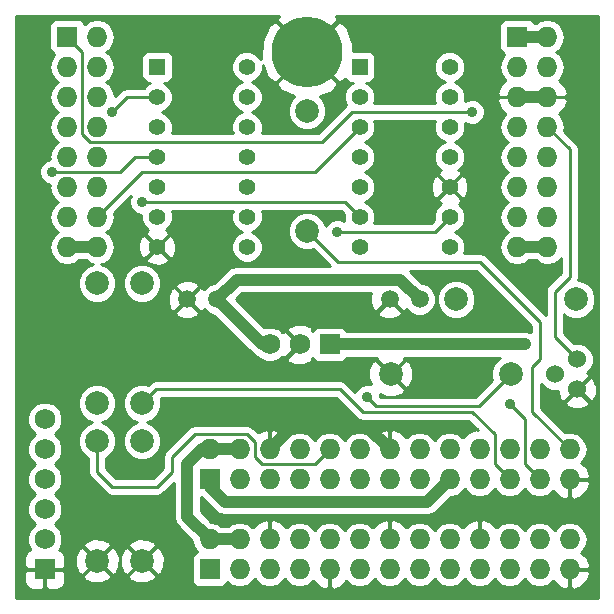
<source format=gbl>
%FSLAX34Y34*%
G04 Gerber Fmt 3.4, Leading zero omitted, Abs format*
G04 (created by PCBNEW (2014-jan-25)-product) date Sun 06 Jul 2014 02:53:45 PM PDT*
%MOIN*%
G01*
G70*
G90*
G04 APERTURE LIST*
%ADD10C,0.003937*%
%ADD11C,0.236220*%
%ADD12R,0.068000X0.068000*%
%ADD13O,0.068000X0.068000*%
%ADD14C,0.068000*%
%ADD15C,0.060000*%
%ADD16C,0.078700*%
%ADD17R,0.055000X0.055000*%
%ADD18C,0.055000*%
%ADD19C,0.059100*%
%ADD20C,0.035000*%
%ADD21C,0.040000*%
%ADD22C,0.010000*%
G04 APERTURE END LIST*
G54D10*
G54D11*
X40000Y-42000D03*
G54D12*
X32000Y-41500D03*
G54D13*
X33000Y-41500D03*
X32000Y-42500D03*
X33000Y-42500D03*
X32000Y-43500D03*
X33000Y-43500D03*
X32000Y-44500D03*
X33000Y-44500D03*
X32000Y-45500D03*
X33000Y-45500D03*
X32000Y-46500D03*
X33000Y-46500D03*
X32000Y-47500D03*
X33000Y-47500D03*
X32000Y-48500D03*
X33000Y-48500D03*
G54D12*
X47000Y-41500D03*
G54D13*
X48000Y-41500D03*
X47000Y-42500D03*
X48000Y-42500D03*
X47000Y-43500D03*
X48000Y-43500D03*
X47000Y-44500D03*
X48000Y-44500D03*
X47000Y-45500D03*
X48000Y-45500D03*
X47000Y-46500D03*
X48000Y-46500D03*
X47000Y-47500D03*
X48000Y-47500D03*
X47000Y-48500D03*
X48000Y-48500D03*
G54D12*
X40750Y-51750D03*
G54D14*
X39750Y-51750D03*
X38750Y-51750D03*
G54D12*
X36750Y-59250D03*
G54D13*
X36750Y-58250D03*
X37750Y-59250D03*
X37750Y-58250D03*
X38750Y-59250D03*
X38750Y-58250D03*
X39750Y-59250D03*
X39750Y-58250D03*
X40750Y-59250D03*
X40750Y-58250D03*
X41750Y-59250D03*
X41750Y-58250D03*
X42750Y-59250D03*
X42750Y-58250D03*
X43750Y-59250D03*
X43750Y-58250D03*
X44750Y-59250D03*
X44750Y-58250D03*
X45750Y-59250D03*
X45750Y-58250D03*
X46750Y-59250D03*
X46750Y-58250D03*
X47750Y-59250D03*
X47750Y-58250D03*
X48750Y-59250D03*
X48750Y-58250D03*
G54D12*
X36750Y-56250D03*
G54D13*
X36750Y-55250D03*
X37750Y-56250D03*
X37750Y-55250D03*
X38750Y-56250D03*
X38750Y-55250D03*
X39750Y-56250D03*
X39750Y-55250D03*
X40750Y-56250D03*
X40750Y-55250D03*
X41750Y-56250D03*
X41750Y-55250D03*
X42750Y-56250D03*
X42750Y-55250D03*
X43750Y-56250D03*
X43750Y-55250D03*
X44750Y-56250D03*
X44750Y-55250D03*
X45750Y-56250D03*
X45750Y-55250D03*
X46750Y-56250D03*
X46750Y-55250D03*
X47750Y-56250D03*
X47750Y-55250D03*
X48750Y-56250D03*
X48750Y-55250D03*
G54D15*
X49000Y-53250D03*
X48250Y-52750D03*
X49000Y-52250D03*
G54D12*
X31250Y-59250D03*
G54D14*
X31250Y-58250D03*
X31250Y-57250D03*
X31250Y-56250D03*
X31250Y-55250D03*
X31250Y-54250D03*
G54D16*
X33000Y-53719D03*
X33000Y-49719D03*
X33000Y-58969D03*
X33000Y-54969D03*
X34500Y-53719D03*
X34500Y-49719D03*
X34500Y-58969D03*
X34500Y-54969D03*
X48969Y-50250D03*
X44969Y-50250D03*
X42781Y-52750D03*
X46781Y-52750D03*
X40000Y-47969D03*
X40000Y-43969D03*
G54D17*
X41750Y-42500D03*
G54D18*
X41750Y-43500D03*
X41750Y-44500D03*
X41750Y-45500D03*
X41750Y-46500D03*
X41750Y-47500D03*
X41750Y-48500D03*
X44750Y-48500D03*
X44750Y-47500D03*
X44750Y-46500D03*
X44750Y-45500D03*
X44750Y-44500D03*
X44750Y-43500D03*
X44750Y-42500D03*
G54D17*
X35000Y-42500D03*
G54D18*
X35000Y-43500D03*
X35000Y-44500D03*
X35000Y-45500D03*
X35000Y-46500D03*
X35000Y-47500D03*
X35000Y-48500D03*
X38000Y-48500D03*
X38000Y-47500D03*
X38000Y-46500D03*
X38000Y-45500D03*
X38000Y-44500D03*
X38000Y-43500D03*
X38000Y-42500D03*
G54D19*
X37000Y-50250D03*
X36000Y-50250D03*
X43750Y-50250D03*
X42750Y-50250D03*
G54D20*
X47250Y-51750D03*
X45500Y-44000D03*
X34500Y-47000D03*
X33500Y-44000D03*
X45250Y-57250D03*
X41250Y-57750D03*
X37000Y-50250D03*
X41000Y-48000D03*
X42000Y-53500D03*
X46750Y-53750D03*
X31500Y-46000D03*
G54D21*
X33000Y-48500D02*
X32000Y-48500D01*
X48000Y-41500D02*
X47000Y-41500D01*
X40750Y-51750D02*
X47250Y-51750D01*
X48000Y-48500D02*
X47000Y-48500D01*
G54D22*
X32500Y-42000D02*
X32000Y-41500D01*
X45500Y-44000D02*
X41500Y-44000D01*
X32500Y-44750D02*
X32750Y-45000D01*
X32750Y-45000D02*
X40500Y-45000D01*
X40500Y-45000D02*
X41500Y-44000D01*
X32500Y-42000D02*
X32500Y-44750D01*
X34500Y-47000D02*
X41250Y-47000D01*
X41250Y-47000D02*
X41750Y-47500D01*
X33500Y-44000D02*
X34000Y-43500D01*
X34000Y-43500D02*
X35000Y-43500D01*
X40250Y-46000D02*
X41750Y-44500D01*
X34500Y-46000D02*
X40250Y-46000D01*
X33000Y-47500D02*
X34500Y-46000D01*
X48250Y-51500D02*
X48250Y-50000D01*
X48250Y-50000D02*
X48750Y-49500D01*
X48750Y-49500D02*
X48750Y-45250D01*
X48750Y-45250D02*
X48000Y-44500D01*
X49000Y-52250D02*
X48250Y-51500D01*
G54D21*
X36750Y-56500D02*
X36750Y-56250D01*
X36750Y-56500D02*
X36750Y-56250D01*
X36750Y-56500D02*
X36750Y-56250D01*
X44000Y-57000D02*
X44750Y-56250D01*
X36750Y-56500D02*
X37250Y-57000D01*
X37250Y-57000D02*
X44000Y-57000D01*
X39969Y-44000D02*
X40000Y-43969D01*
X38750Y-55250D02*
X39500Y-54500D01*
X39500Y-54500D02*
X42000Y-54500D01*
X48000Y-43500D02*
X47000Y-43500D01*
X42000Y-54500D02*
X42750Y-55250D01*
X38750Y-51750D02*
X38500Y-51750D01*
X38500Y-51750D02*
X37000Y-50250D01*
X36750Y-58250D02*
X36000Y-57500D01*
X36000Y-55750D02*
X36500Y-55250D01*
X36000Y-57500D02*
X36000Y-55750D01*
X36500Y-55250D02*
X36750Y-55250D01*
X37750Y-58250D02*
X36750Y-58250D01*
X37750Y-55250D02*
X36750Y-55250D01*
X43100Y-49600D02*
X43750Y-50250D01*
X37650Y-49600D02*
X43100Y-49600D01*
X37000Y-50250D02*
X37650Y-49600D01*
G54D22*
X41000Y-48000D02*
X44250Y-48000D01*
X44250Y-48000D02*
X44750Y-47500D01*
X33000Y-54969D02*
X33000Y-56000D01*
X40250Y-55750D02*
X40750Y-55250D01*
X38500Y-55750D02*
X40250Y-55750D01*
X38250Y-55500D02*
X38500Y-55750D01*
X38250Y-55000D02*
X38250Y-55500D01*
X38000Y-54750D02*
X38250Y-55000D01*
X36250Y-54750D02*
X38000Y-54750D01*
X35500Y-55500D02*
X36250Y-54750D01*
X35500Y-56000D02*
X35500Y-55500D01*
X35000Y-56500D02*
X35500Y-56000D01*
X33500Y-56500D02*
X35000Y-56500D01*
X33000Y-56000D02*
X33500Y-56500D01*
X42299Y-53799D02*
X45731Y-53799D01*
X45731Y-53799D02*
X46781Y-52750D01*
X42000Y-53500D02*
X42299Y-53799D01*
X45500Y-54000D02*
X41850Y-54000D01*
X46250Y-54750D02*
X45500Y-54000D01*
X46250Y-55750D02*
X46250Y-54750D01*
X46750Y-56250D02*
X46250Y-55750D01*
X34969Y-53250D02*
X41100Y-53250D01*
X41100Y-53250D02*
X41850Y-54000D01*
X34500Y-53719D02*
X34969Y-53250D01*
X47250Y-54250D02*
X46750Y-53750D01*
X47250Y-55750D02*
X47250Y-54250D01*
X47750Y-56250D02*
X47250Y-55750D01*
X47500Y-52500D02*
X47500Y-54000D01*
X47750Y-52250D02*
X47500Y-52500D01*
X47750Y-51000D02*
X47750Y-52250D01*
X47500Y-54000D02*
X48750Y-55250D01*
X41031Y-49000D02*
X45750Y-49000D01*
X45750Y-49000D02*
X47750Y-51000D01*
X40000Y-47969D02*
X41031Y-49000D01*
X33750Y-46000D02*
X34250Y-45500D01*
X34250Y-45500D02*
X35000Y-45500D01*
X31500Y-46000D02*
X33750Y-46000D01*
G36*
X40767Y-56260D02*
X40760Y-56260D01*
X40760Y-56267D01*
X40740Y-56267D01*
X40740Y-56260D01*
X40732Y-56260D01*
X40732Y-56240D01*
X40740Y-56240D01*
X40740Y-56232D01*
X40760Y-56232D01*
X40760Y-56240D01*
X40767Y-56240D01*
X40767Y-56260D01*
X40767Y-56260D01*
G37*
X40767Y-56260D02*
X40760Y-56260D01*
X40760Y-56267D01*
X40740Y-56267D01*
X40740Y-56260D01*
X40732Y-56260D01*
X40732Y-56240D01*
X40740Y-56240D01*
X40740Y-56232D01*
X40760Y-56232D01*
X40760Y-56240D01*
X40767Y-56240D01*
X40767Y-56260D01*
G36*
X41769Y-48505D02*
X41755Y-48519D01*
X41750Y-48514D01*
X41744Y-48519D01*
X41730Y-48505D01*
X41735Y-48500D01*
X41730Y-48494D01*
X41744Y-48480D01*
X41750Y-48485D01*
X41755Y-48480D01*
X41769Y-48494D01*
X41764Y-48500D01*
X41769Y-48505D01*
X41769Y-48505D01*
G37*
X41769Y-48505D02*
X41755Y-48519D01*
X41750Y-48514D01*
X41744Y-48519D01*
X41730Y-48505D01*
X41735Y-48500D01*
X41730Y-48494D01*
X41744Y-48480D01*
X41750Y-48485D01*
X41755Y-48480D01*
X41769Y-48494D01*
X41764Y-48500D01*
X41769Y-48505D01*
G36*
X45767Y-55260D02*
X45760Y-55260D01*
X45760Y-55267D01*
X45740Y-55267D01*
X45740Y-55260D01*
X45732Y-55260D01*
X45732Y-55240D01*
X45740Y-55240D01*
X45740Y-55232D01*
X45760Y-55232D01*
X45760Y-55240D01*
X45767Y-55240D01*
X45767Y-55260D01*
X45767Y-55260D01*
G37*
X45767Y-55260D02*
X45760Y-55260D01*
X45760Y-55267D01*
X45740Y-55267D01*
X45740Y-55260D01*
X45732Y-55260D01*
X45732Y-55240D01*
X45740Y-55240D01*
X45740Y-55232D01*
X45760Y-55232D01*
X45760Y-55240D01*
X45767Y-55240D01*
X45767Y-55260D01*
G36*
X49700Y-60200D02*
X49652Y-60200D01*
X49652Y-53136D01*
X49612Y-53032D01*
X49612Y-50122D01*
X49514Y-49885D01*
X49333Y-49704D01*
X49097Y-49606D01*
X49028Y-49606D01*
X49049Y-49500D01*
X49050Y-49500D01*
X49050Y-45250D01*
X49027Y-45135D01*
X49027Y-45135D01*
X48962Y-45037D01*
X48564Y-44640D01*
X48590Y-44511D01*
X48590Y-44488D01*
X48545Y-44262D01*
X48417Y-44071D01*
X48400Y-44060D01*
X48583Y-43869D01*
X48679Y-43617D01*
X48679Y-43382D01*
X48583Y-43130D01*
X48400Y-42939D01*
X48417Y-42928D01*
X48545Y-42737D01*
X48590Y-42511D01*
X48590Y-42488D01*
X48545Y-42262D01*
X48417Y-42071D01*
X48310Y-42000D01*
X48417Y-41928D01*
X48545Y-41737D01*
X48590Y-41511D01*
X48590Y-41488D01*
X48545Y-41262D01*
X48417Y-41071D01*
X48225Y-40943D01*
X48000Y-40898D01*
X47774Y-40943D01*
X47614Y-41050D01*
X47565Y-41050D01*
X47551Y-41018D01*
X47481Y-40948D01*
X47389Y-40910D01*
X47290Y-40910D01*
X46610Y-40910D01*
X46518Y-40948D01*
X46448Y-41018D01*
X46410Y-41110D01*
X46410Y-41209D01*
X46410Y-41889D01*
X46448Y-41981D01*
X46518Y-42051D01*
X46578Y-42077D01*
X46454Y-42262D01*
X46410Y-42488D01*
X46410Y-42511D01*
X46454Y-42737D01*
X46582Y-42928D01*
X46599Y-42939D01*
X46416Y-43130D01*
X46320Y-43382D01*
X46397Y-43490D01*
X46990Y-43490D01*
X46990Y-43482D01*
X47010Y-43482D01*
X47010Y-43490D01*
X47397Y-43490D01*
X47602Y-43490D01*
X47990Y-43490D01*
X47990Y-43482D01*
X48010Y-43482D01*
X48010Y-43490D01*
X48602Y-43490D01*
X48679Y-43382D01*
X48679Y-43617D01*
X48602Y-43510D01*
X48010Y-43510D01*
X48010Y-43517D01*
X47990Y-43517D01*
X47990Y-43510D01*
X47602Y-43510D01*
X47397Y-43510D01*
X47010Y-43510D01*
X47010Y-43517D01*
X46990Y-43517D01*
X46990Y-43510D01*
X46397Y-43510D01*
X46320Y-43617D01*
X46416Y-43869D01*
X46599Y-44060D01*
X46582Y-44071D01*
X46454Y-44262D01*
X46410Y-44488D01*
X46410Y-44511D01*
X46454Y-44737D01*
X46582Y-44928D01*
X46689Y-45000D01*
X46582Y-45071D01*
X46454Y-45262D01*
X46410Y-45488D01*
X46410Y-45511D01*
X46454Y-45737D01*
X46582Y-45928D01*
X46689Y-46000D01*
X46582Y-46071D01*
X46454Y-46262D01*
X46410Y-46488D01*
X46410Y-46511D01*
X46454Y-46737D01*
X46582Y-46928D01*
X46689Y-47000D01*
X46582Y-47071D01*
X46454Y-47262D01*
X46410Y-47488D01*
X46410Y-47511D01*
X46454Y-47737D01*
X46582Y-47928D01*
X46689Y-48000D01*
X46582Y-48071D01*
X46454Y-48262D01*
X46410Y-48488D01*
X46410Y-48511D01*
X46454Y-48737D01*
X46582Y-48928D01*
X46774Y-49056D01*
X47000Y-49101D01*
X47225Y-49056D01*
X47385Y-48950D01*
X47614Y-48950D01*
X47774Y-49056D01*
X48000Y-49101D01*
X48225Y-49056D01*
X48417Y-48928D01*
X48450Y-48879D01*
X48450Y-49375D01*
X48037Y-49787D01*
X47972Y-49885D01*
X47950Y-50000D01*
X47950Y-50775D01*
X45962Y-48787D01*
X45864Y-48722D01*
X45750Y-48700D01*
X45377Y-48700D01*
X45377Y-46390D01*
X45288Y-46158D01*
X45271Y-46133D01*
X45145Y-46118D01*
X44764Y-46500D01*
X45145Y-46881D01*
X45271Y-46866D01*
X45371Y-46639D01*
X45377Y-46390D01*
X45377Y-48700D01*
X45235Y-48700D01*
X45274Y-48604D01*
X45275Y-48396D01*
X45195Y-48203D01*
X45047Y-48055D01*
X44914Y-47999D01*
X45047Y-47945D01*
X45194Y-47797D01*
X45274Y-47604D01*
X45275Y-47396D01*
X45195Y-47203D01*
X45047Y-47055D01*
X45047Y-47055D01*
X45091Y-47038D01*
X45116Y-47021D01*
X45131Y-46895D01*
X44750Y-46514D01*
X44735Y-46528D01*
X44735Y-46500D01*
X44354Y-46118D01*
X44228Y-46133D01*
X44128Y-46360D01*
X44122Y-46609D01*
X44211Y-46841D01*
X44228Y-46866D01*
X44354Y-46881D01*
X44735Y-46500D01*
X44735Y-46528D01*
X44368Y-46895D01*
X44383Y-47021D01*
X44456Y-47053D01*
X44453Y-47054D01*
X44305Y-47202D01*
X44225Y-47395D01*
X44224Y-47600D01*
X44125Y-47700D01*
X42235Y-47700D01*
X42274Y-47604D01*
X42275Y-47396D01*
X42195Y-47203D01*
X42047Y-47055D01*
X41914Y-46999D01*
X42047Y-46945D01*
X42194Y-46797D01*
X42274Y-46604D01*
X42275Y-46396D01*
X42195Y-46203D01*
X42047Y-46055D01*
X41914Y-45999D01*
X42047Y-45945D01*
X42194Y-45797D01*
X42274Y-45604D01*
X42275Y-45396D01*
X42195Y-45203D01*
X42047Y-45055D01*
X41914Y-44999D01*
X42047Y-44945D01*
X42194Y-44797D01*
X42274Y-44604D01*
X42275Y-44396D01*
X42235Y-44300D01*
X44264Y-44300D01*
X44225Y-44395D01*
X44224Y-44603D01*
X44304Y-44797D01*
X44452Y-44944D01*
X44585Y-45000D01*
X44453Y-45054D01*
X44305Y-45202D01*
X44225Y-45395D01*
X44224Y-45603D01*
X44304Y-45797D01*
X44452Y-45944D01*
X44452Y-45944D01*
X44408Y-45961D01*
X44383Y-45978D01*
X44368Y-46104D01*
X44750Y-46485D01*
X45131Y-46104D01*
X45116Y-45978D01*
X45043Y-45946D01*
X45047Y-45945D01*
X45194Y-45797D01*
X45274Y-45604D01*
X45275Y-45396D01*
X45195Y-45203D01*
X45047Y-45055D01*
X44914Y-44999D01*
X45047Y-44945D01*
X45194Y-44797D01*
X45274Y-44604D01*
X45275Y-44396D01*
X45260Y-44360D01*
X45415Y-44424D01*
X45584Y-44425D01*
X45740Y-44360D01*
X45860Y-44241D01*
X45924Y-44084D01*
X45925Y-43915D01*
X45860Y-43759D01*
X45741Y-43639D01*
X45584Y-43575D01*
X45415Y-43574D01*
X45260Y-43639D01*
X45274Y-43604D01*
X45275Y-43396D01*
X45195Y-43203D01*
X45047Y-43055D01*
X44914Y-42999D01*
X45047Y-42945D01*
X45194Y-42797D01*
X45274Y-42604D01*
X45275Y-42396D01*
X45195Y-42203D01*
X45047Y-42055D01*
X44854Y-41975D01*
X44646Y-41974D01*
X44453Y-42054D01*
X44305Y-42202D01*
X44225Y-42395D01*
X44224Y-42603D01*
X44304Y-42797D01*
X44452Y-42944D01*
X44585Y-43000D01*
X44453Y-43054D01*
X44305Y-43202D01*
X44225Y-43395D01*
X44224Y-43603D01*
X44264Y-43700D01*
X42235Y-43700D01*
X42274Y-43604D01*
X42275Y-43396D01*
X42195Y-43203D01*
X42047Y-43055D01*
X41975Y-43025D01*
X42074Y-43025D01*
X42166Y-42986D01*
X42236Y-42916D01*
X42275Y-42824D01*
X42275Y-42725D01*
X42275Y-42175D01*
X42236Y-42083D01*
X42166Y-42013D01*
X42074Y-41975D01*
X41975Y-41975D01*
X41532Y-41975D01*
X41540Y-41745D01*
X41325Y-41175D01*
X41268Y-41090D01*
X41049Y-40965D01*
X40014Y-42000D01*
X41049Y-43034D01*
X41261Y-42913D01*
X41263Y-42916D01*
X41333Y-42986D01*
X41425Y-43025D01*
X41524Y-43025D01*
X41524Y-43025D01*
X41453Y-43054D01*
X41305Y-43202D01*
X41225Y-43395D01*
X41224Y-43603D01*
X41298Y-43781D01*
X41298Y-43781D01*
X41287Y-43787D01*
X41034Y-44040D01*
X41034Y-43049D01*
X40000Y-42014D01*
X38965Y-43049D01*
X39090Y-43268D01*
X39571Y-43487D01*
X39454Y-43604D01*
X39356Y-43840D01*
X39356Y-44096D01*
X39454Y-44333D01*
X39635Y-44514D01*
X39871Y-44612D01*
X40127Y-44612D01*
X40364Y-44514D01*
X40545Y-44333D01*
X40643Y-44097D01*
X40643Y-43841D01*
X40545Y-43604D01*
X40419Y-43478D01*
X40824Y-43325D01*
X40909Y-43268D01*
X41034Y-43049D01*
X41034Y-44040D01*
X40375Y-44700D01*
X38485Y-44700D01*
X38524Y-44604D01*
X38525Y-44396D01*
X38445Y-44203D01*
X38297Y-44055D01*
X38164Y-43999D01*
X38297Y-43945D01*
X38444Y-43797D01*
X38524Y-43604D01*
X38525Y-43396D01*
X38445Y-43203D01*
X38297Y-43055D01*
X38164Y-42999D01*
X38297Y-42945D01*
X38444Y-42797D01*
X38524Y-42604D01*
X38525Y-42427D01*
X38674Y-42824D01*
X38731Y-42909D01*
X38950Y-43034D01*
X39985Y-42000D01*
X38950Y-40965D01*
X38731Y-41090D01*
X38479Y-41645D01*
X38460Y-42239D01*
X38445Y-42203D01*
X38297Y-42055D01*
X38104Y-41975D01*
X37896Y-41974D01*
X37703Y-42054D01*
X37555Y-42202D01*
X37475Y-42395D01*
X37474Y-42603D01*
X37554Y-42797D01*
X37702Y-42944D01*
X37835Y-43000D01*
X37703Y-43054D01*
X37555Y-43202D01*
X37475Y-43395D01*
X37474Y-43603D01*
X37554Y-43797D01*
X37702Y-43944D01*
X37835Y-44000D01*
X37703Y-44054D01*
X37555Y-44202D01*
X37475Y-44395D01*
X37474Y-44603D01*
X37514Y-44700D01*
X35485Y-44700D01*
X35524Y-44604D01*
X35525Y-44396D01*
X35445Y-44203D01*
X35297Y-44055D01*
X35164Y-43999D01*
X35297Y-43945D01*
X35444Y-43797D01*
X35524Y-43604D01*
X35525Y-43396D01*
X35445Y-43203D01*
X35297Y-43055D01*
X35225Y-43025D01*
X35324Y-43025D01*
X35416Y-42986D01*
X35486Y-42916D01*
X35525Y-42824D01*
X35525Y-42725D01*
X35525Y-42175D01*
X35486Y-42083D01*
X35416Y-42013D01*
X35324Y-41975D01*
X35225Y-41975D01*
X34675Y-41975D01*
X34583Y-42013D01*
X34513Y-42083D01*
X34475Y-42175D01*
X34475Y-42274D01*
X34475Y-42824D01*
X34513Y-42916D01*
X34583Y-42986D01*
X34675Y-43025D01*
X34774Y-43025D01*
X34774Y-43025D01*
X34703Y-43054D01*
X34557Y-43200D01*
X34000Y-43200D01*
X33885Y-43222D01*
X33787Y-43287D01*
X33589Y-43486D01*
X33545Y-43262D01*
X33417Y-43071D01*
X33310Y-43000D01*
X33417Y-42928D01*
X33545Y-42737D01*
X33590Y-42511D01*
X33590Y-42488D01*
X33545Y-42262D01*
X33417Y-42071D01*
X33310Y-42000D01*
X33417Y-41928D01*
X33545Y-41737D01*
X33590Y-41511D01*
X33590Y-41488D01*
X33545Y-41262D01*
X33417Y-41071D01*
X33225Y-40943D01*
X33000Y-40898D01*
X32774Y-40943D01*
X32582Y-41071D01*
X32577Y-41079D01*
X32551Y-41018D01*
X32481Y-40948D01*
X32389Y-40910D01*
X32290Y-40910D01*
X31610Y-40910D01*
X31518Y-40948D01*
X31448Y-41018D01*
X31410Y-41110D01*
X31410Y-41209D01*
X31410Y-41889D01*
X31448Y-41981D01*
X31518Y-42051D01*
X31578Y-42077D01*
X31454Y-42262D01*
X31410Y-42488D01*
X31410Y-42511D01*
X31454Y-42737D01*
X31582Y-42928D01*
X31689Y-43000D01*
X31582Y-43071D01*
X31454Y-43262D01*
X31410Y-43488D01*
X31410Y-43511D01*
X31454Y-43737D01*
X31582Y-43928D01*
X31689Y-44000D01*
X31582Y-44071D01*
X31454Y-44262D01*
X31410Y-44488D01*
X31410Y-44511D01*
X31454Y-44737D01*
X31582Y-44928D01*
X31689Y-45000D01*
X31582Y-45071D01*
X31454Y-45262D01*
X31410Y-45488D01*
X31410Y-45511D01*
X31422Y-45574D01*
X31415Y-45574D01*
X31259Y-45639D01*
X31139Y-45758D01*
X31075Y-45915D01*
X31074Y-46084D01*
X31139Y-46240D01*
X31258Y-46360D01*
X31415Y-46424D01*
X31422Y-46424D01*
X31410Y-46488D01*
X31410Y-46511D01*
X31454Y-46737D01*
X31582Y-46928D01*
X31689Y-47000D01*
X31582Y-47071D01*
X31454Y-47262D01*
X31410Y-47488D01*
X31410Y-47511D01*
X31454Y-47737D01*
X31582Y-47928D01*
X31689Y-48000D01*
X31582Y-48071D01*
X31454Y-48262D01*
X31410Y-48488D01*
X31410Y-48511D01*
X31454Y-48737D01*
X31582Y-48928D01*
X31774Y-49056D01*
X32000Y-49101D01*
X32225Y-49056D01*
X32385Y-48950D01*
X32614Y-48950D01*
X32774Y-49056D01*
X32871Y-49075D01*
X32635Y-49173D01*
X32454Y-49354D01*
X32356Y-49590D01*
X32356Y-49846D01*
X32454Y-50083D01*
X32635Y-50264D01*
X32871Y-50362D01*
X33127Y-50362D01*
X33364Y-50264D01*
X33545Y-50083D01*
X33643Y-49847D01*
X33643Y-49591D01*
X33545Y-49354D01*
X33364Y-49173D01*
X33129Y-49075D01*
X33225Y-49056D01*
X33417Y-48928D01*
X33545Y-48737D01*
X33590Y-48511D01*
X33590Y-48488D01*
X33545Y-48262D01*
X33417Y-48071D01*
X33310Y-48000D01*
X33417Y-47928D01*
X33545Y-47737D01*
X33590Y-47511D01*
X33590Y-47488D01*
X33564Y-47359D01*
X34121Y-46802D01*
X34075Y-46915D01*
X34074Y-47084D01*
X34139Y-47240D01*
X34258Y-47360D01*
X34415Y-47424D01*
X34475Y-47424D01*
X34474Y-47603D01*
X34554Y-47797D01*
X34702Y-47944D01*
X34702Y-47944D01*
X34658Y-47961D01*
X34633Y-47978D01*
X34618Y-48104D01*
X35000Y-48485D01*
X35381Y-48104D01*
X35366Y-47978D01*
X35293Y-47946D01*
X35297Y-47945D01*
X35444Y-47797D01*
X35524Y-47604D01*
X35525Y-47396D01*
X35485Y-47300D01*
X37514Y-47300D01*
X37475Y-47395D01*
X37474Y-47603D01*
X37554Y-47797D01*
X37702Y-47944D01*
X37835Y-48000D01*
X37703Y-48054D01*
X37555Y-48202D01*
X37475Y-48395D01*
X37474Y-48603D01*
X37554Y-48797D01*
X37702Y-48944D01*
X37895Y-49024D01*
X38103Y-49025D01*
X38297Y-48945D01*
X38444Y-48797D01*
X38524Y-48604D01*
X38525Y-48396D01*
X38445Y-48203D01*
X38297Y-48055D01*
X38164Y-47999D01*
X38297Y-47945D01*
X38444Y-47797D01*
X38524Y-47604D01*
X38525Y-47396D01*
X38485Y-47300D01*
X41125Y-47300D01*
X41225Y-47399D01*
X41224Y-47603D01*
X41239Y-47639D01*
X41084Y-47575D01*
X40915Y-47574D01*
X40759Y-47639D01*
X40639Y-47758D01*
X40624Y-47795D01*
X40545Y-47604D01*
X40364Y-47423D01*
X40128Y-47325D01*
X39872Y-47325D01*
X39635Y-47423D01*
X39454Y-47604D01*
X39356Y-47840D01*
X39356Y-48096D01*
X39454Y-48333D01*
X39635Y-48514D01*
X39871Y-48612D01*
X40127Y-48612D01*
X40192Y-48585D01*
X40756Y-49150D01*
X37650Y-49150D01*
X37477Y-49184D01*
X37331Y-49281D01*
X36909Y-49704D01*
X36891Y-49704D01*
X36691Y-49787D01*
X36562Y-49915D01*
X36555Y-49897D01*
X36538Y-49871D01*
X36410Y-49853D01*
X36396Y-49867D01*
X36396Y-49839D01*
X36378Y-49711D01*
X36143Y-49607D01*
X35887Y-49601D01*
X35647Y-49694D01*
X35627Y-49707D01*
X35627Y-48390D01*
X35538Y-48158D01*
X35521Y-48133D01*
X35395Y-48118D01*
X35014Y-48500D01*
X35395Y-48881D01*
X35521Y-48866D01*
X35621Y-48639D01*
X35627Y-48390D01*
X35627Y-49707D01*
X35621Y-49711D01*
X35603Y-49839D01*
X36000Y-50235D01*
X36396Y-49839D01*
X36396Y-49867D01*
X36014Y-50250D01*
X36410Y-50646D01*
X36538Y-50628D01*
X36559Y-50580D01*
X36690Y-50712D01*
X36891Y-50795D01*
X36909Y-50795D01*
X38181Y-52068D01*
X38327Y-52165D01*
X38332Y-52166D01*
X38415Y-52249D01*
X38632Y-52339D01*
X38866Y-52340D01*
X39083Y-52250D01*
X39178Y-52155D01*
X39307Y-52178D01*
X39735Y-51750D01*
X39307Y-51321D01*
X39178Y-51344D01*
X39084Y-51250D01*
X38867Y-51160D01*
X38633Y-51159D01*
X38571Y-51185D01*
X37636Y-50250D01*
X37836Y-50050D01*
X42132Y-50050D01*
X42107Y-50106D01*
X42101Y-50362D01*
X42194Y-50602D01*
X42211Y-50628D01*
X42339Y-50646D01*
X42735Y-50250D01*
X42730Y-50244D01*
X42744Y-50230D01*
X42750Y-50235D01*
X42755Y-50230D01*
X42769Y-50244D01*
X42764Y-50250D01*
X43160Y-50646D01*
X43288Y-50628D01*
X43309Y-50580D01*
X43440Y-50712D01*
X43641Y-50795D01*
X43858Y-50795D01*
X44058Y-50712D01*
X44212Y-50559D01*
X44295Y-50358D01*
X44295Y-50141D01*
X44212Y-49941D01*
X44059Y-49787D01*
X43858Y-49704D01*
X43840Y-49704D01*
X43436Y-49300D01*
X45625Y-49300D01*
X47450Y-51124D01*
X47450Y-51352D01*
X47422Y-51334D01*
X47250Y-51300D01*
X45612Y-51300D01*
X45612Y-50122D01*
X45514Y-49885D01*
X45333Y-49704D01*
X45097Y-49606D01*
X44841Y-49606D01*
X44604Y-49704D01*
X44423Y-49885D01*
X44325Y-50121D01*
X44325Y-50377D01*
X44423Y-50614D01*
X44604Y-50795D01*
X44840Y-50893D01*
X45096Y-50893D01*
X45333Y-50795D01*
X45514Y-50614D01*
X45612Y-50378D01*
X45612Y-50122D01*
X45612Y-51300D01*
X43146Y-51300D01*
X43146Y-50660D01*
X42750Y-50264D01*
X42353Y-50660D01*
X42371Y-50788D01*
X42606Y-50892D01*
X42862Y-50898D01*
X43102Y-50805D01*
X43128Y-50788D01*
X43146Y-50660D01*
X43146Y-51300D01*
X41315Y-51300D01*
X41301Y-51268D01*
X41231Y-51198D01*
X41139Y-51160D01*
X41040Y-51160D01*
X40360Y-51160D01*
X40268Y-51198D01*
X40198Y-51268D01*
X40184Y-51301D01*
X40178Y-51307D01*
X40155Y-51175D01*
X39904Y-51063D01*
X39630Y-51056D01*
X39373Y-51155D01*
X39344Y-51175D01*
X39321Y-51307D01*
X39750Y-51735D01*
X39755Y-51730D01*
X39769Y-51744D01*
X39764Y-51750D01*
X39769Y-51755D01*
X39755Y-51769D01*
X39750Y-51764D01*
X39321Y-52192D01*
X39344Y-52324D01*
X39595Y-52436D01*
X39869Y-52443D01*
X40126Y-52344D01*
X40155Y-52324D01*
X40178Y-52192D01*
X40178Y-52192D01*
X40184Y-52198D01*
X40198Y-52231D01*
X40268Y-52301D01*
X40360Y-52340D01*
X40459Y-52340D01*
X41139Y-52340D01*
X41231Y-52301D01*
X41301Y-52231D01*
X41315Y-52200D01*
X42328Y-52200D01*
X42313Y-52268D01*
X42781Y-52735D01*
X43248Y-52268D01*
X43233Y-52200D01*
X46427Y-52200D01*
X46416Y-52204D01*
X46235Y-52385D01*
X46137Y-52621D01*
X46137Y-52877D01*
X46164Y-52942D01*
X45606Y-53499D01*
X43528Y-53499D01*
X43528Y-52621D01*
X43422Y-52345D01*
X43400Y-52312D01*
X43262Y-52282D01*
X42795Y-52750D01*
X43262Y-53217D01*
X43400Y-53187D01*
X43520Y-52917D01*
X43528Y-52621D01*
X43528Y-53499D01*
X42425Y-53499D01*
X42425Y-53415D01*
X42419Y-53403D01*
X42613Y-53489D01*
X42909Y-53497D01*
X43185Y-53391D01*
X43218Y-53369D01*
X43248Y-53231D01*
X42781Y-52764D01*
X42775Y-52769D01*
X42761Y-52755D01*
X42766Y-52750D01*
X42299Y-52282D01*
X42161Y-52312D01*
X42041Y-52582D01*
X42033Y-52878D01*
X42114Y-53087D01*
X42084Y-53075D01*
X41915Y-53074D01*
X41759Y-53139D01*
X41639Y-53258D01*
X41608Y-53334D01*
X41312Y-53037D01*
X41214Y-52972D01*
X41100Y-52950D01*
X40178Y-52950D01*
X36396Y-52950D01*
X36396Y-50660D01*
X36000Y-50264D01*
X35985Y-50278D01*
X35985Y-50250D01*
X35589Y-49853D01*
X35461Y-49871D01*
X35381Y-50052D01*
X35381Y-48895D01*
X35000Y-48514D01*
X34985Y-48528D01*
X34985Y-48500D01*
X34604Y-48118D01*
X34478Y-48133D01*
X34378Y-48360D01*
X34372Y-48609D01*
X34461Y-48841D01*
X34478Y-48866D01*
X34604Y-48881D01*
X34985Y-48500D01*
X34985Y-48528D01*
X34618Y-48895D01*
X34633Y-49021D01*
X34860Y-49121D01*
X35109Y-49127D01*
X35341Y-49038D01*
X35366Y-49021D01*
X35381Y-48895D01*
X35381Y-50052D01*
X35357Y-50106D01*
X35351Y-50362D01*
X35444Y-50602D01*
X35461Y-50628D01*
X35589Y-50646D01*
X35985Y-50250D01*
X35985Y-50278D01*
X35603Y-50660D01*
X35621Y-50788D01*
X35856Y-50892D01*
X36112Y-50898D01*
X36352Y-50805D01*
X36378Y-50788D01*
X36396Y-50660D01*
X36396Y-52950D01*
X35143Y-52950D01*
X35143Y-49591D01*
X35045Y-49354D01*
X34864Y-49173D01*
X34628Y-49075D01*
X34372Y-49075D01*
X34135Y-49173D01*
X33954Y-49354D01*
X33856Y-49590D01*
X33856Y-49846D01*
X33954Y-50083D01*
X34135Y-50264D01*
X34371Y-50362D01*
X34627Y-50362D01*
X34864Y-50264D01*
X35045Y-50083D01*
X35143Y-49847D01*
X35143Y-49591D01*
X35143Y-52950D01*
X34969Y-52950D01*
X34854Y-52972D01*
X34756Y-53037D01*
X34692Y-53102D01*
X34628Y-53075D01*
X34372Y-53075D01*
X34135Y-53173D01*
X33954Y-53354D01*
X33856Y-53590D01*
X33856Y-53846D01*
X33954Y-54083D01*
X34135Y-54264D01*
X34327Y-54344D01*
X34135Y-54423D01*
X33954Y-54604D01*
X33856Y-54840D01*
X33856Y-55096D01*
X33954Y-55333D01*
X34135Y-55514D01*
X34371Y-55612D01*
X34627Y-55612D01*
X34864Y-55514D01*
X35045Y-55333D01*
X35143Y-55097D01*
X35143Y-54841D01*
X35045Y-54604D01*
X34864Y-54423D01*
X34672Y-54343D01*
X34864Y-54264D01*
X35045Y-54083D01*
X35143Y-53847D01*
X35143Y-53591D01*
X35126Y-53550D01*
X40975Y-53550D01*
X41637Y-54212D01*
X41735Y-54277D01*
X41735Y-54277D01*
X41850Y-54300D01*
X45375Y-54300D01*
X45680Y-54604D01*
X45632Y-54570D01*
X45380Y-54666D01*
X45189Y-54849D01*
X45178Y-54832D01*
X44987Y-54704D01*
X44761Y-54660D01*
X44738Y-54660D01*
X44512Y-54704D01*
X44321Y-54832D01*
X44250Y-54939D01*
X44178Y-54832D01*
X43987Y-54704D01*
X43761Y-54660D01*
X43738Y-54660D01*
X43512Y-54704D01*
X43321Y-54832D01*
X43310Y-54849D01*
X43119Y-54666D01*
X42867Y-54570D01*
X42760Y-54647D01*
X42760Y-55240D01*
X42767Y-55240D01*
X42767Y-55260D01*
X42760Y-55260D01*
X42760Y-55267D01*
X42740Y-55267D01*
X42740Y-55260D01*
X42732Y-55260D01*
X42732Y-55240D01*
X42740Y-55240D01*
X42740Y-54647D01*
X42632Y-54570D01*
X42380Y-54666D01*
X42189Y-54849D01*
X42178Y-54832D01*
X41987Y-54704D01*
X41761Y-54660D01*
X41738Y-54660D01*
X41512Y-54704D01*
X41321Y-54832D01*
X41250Y-54939D01*
X41178Y-54832D01*
X40987Y-54704D01*
X40761Y-54660D01*
X40738Y-54660D01*
X40512Y-54704D01*
X40321Y-54832D01*
X40250Y-54939D01*
X40178Y-54832D01*
X39987Y-54704D01*
X39761Y-54660D01*
X39738Y-54660D01*
X39512Y-54704D01*
X39321Y-54832D01*
X39310Y-54849D01*
X39119Y-54666D01*
X38867Y-54570D01*
X38760Y-54647D01*
X38760Y-55240D01*
X38767Y-55240D01*
X38767Y-55260D01*
X38760Y-55260D01*
X38760Y-55267D01*
X38740Y-55267D01*
X38740Y-55260D01*
X38732Y-55260D01*
X38732Y-55240D01*
X38740Y-55240D01*
X38740Y-54647D01*
X38632Y-54570D01*
X38380Y-54666D01*
X38360Y-54686D01*
X38212Y-54537D01*
X38114Y-54472D01*
X38000Y-54450D01*
X36250Y-54450D01*
X36135Y-54472D01*
X36037Y-54537D01*
X35287Y-55287D01*
X35222Y-55385D01*
X35200Y-55500D01*
X35200Y-55875D01*
X34875Y-56200D01*
X33624Y-56200D01*
X33300Y-55875D01*
X33300Y-55541D01*
X33364Y-55514D01*
X33545Y-55333D01*
X33643Y-55097D01*
X33643Y-54841D01*
X33545Y-54604D01*
X33364Y-54423D01*
X33172Y-54343D01*
X33364Y-54264D01*
X33545Y-54083D01*
X33643Y-53847D01*
X33643Y-53591D01*
X33545Y-53354D01*
X33364Y-53173D01*
X33128Y-53075D01*
X32872Y-53075D01*
X32635Y-53173D01*
X32454Y-53354D01*
X32356Y-53590D01*
X32356Y-53846D01*
X32454Y-54083D01*
X32635Y-54264D01*
X32827Y-54344D01*
X32635Y-54423D01*
X32454Y-54604D01*
X32356Y-54840D01*
X32356Y-55096D01*
X32454Y-55333D01*
X32635Y-55514D01*
X32700Y-55541D01*
X32700Y-56000D01*
X32722Y-56114D01*
X32787Y-56212D01*
X33287Y-56712D01*
X33287Y-56712D01*
X33385Y-56777D01*
X33500Y-56800D01*
X35000Y-56800D01*
X35000Y-56799D01*
X35114Y-56777D01*
X35114Y-56777D01*
X35212Y-56712D01*
X35550Y-56374D01*
X35550Y-57500D01*
X35584Y-57672D01*
X35681Y-57818D01*
X36157Y-58293D01*
X36193Y-58475D01*
X36321Y-58667D01*
X36329Y-58672D01*
X36268Y-58698D01*
X36198Y-58768D01*
X36160Y-58860D01*
X36160Y-58959D01*
X36160Y-59639D01*
X36198Y-59731D01*
X36268Y-59801D01*
X36360Y-59840D01*
X36459Y-59840D01*
X37139Y-59840D01*
X37231Y-59801D01*
X37301Y-59731D01*
X37327Y-59671D01*
X37512Y-59795D01*
X37738Y-59840D01*
X37761Y-59840D01*
X37987Y-59795D01*
X38178Y-59667D01*
X38250Y-59560D01*
X38321Y-59667D01*
X38512Y-59795D01*
X38738Y-59840D01*
X38761Y-59840D01*
X38987Y-59795D01*
X39178Y-59667D01*
X39250Y-59560D01*
X39321Y-59667D01*
X39512Y-59795D01*
X39738Y-59840D01*
X39761Y-59840D01*
X39987Y-59795D01*
X40178Y-59667D01*
X40189Y-59650D01*
X40380Y-59833D01*
X40632Y-59929D01*
X40740Y-59852D01*
X40740Y-59260D01*
X40732Y-59260D01*
X40732Y-59240D01*
X40740Y-59240D01*
X40740Y-59232D01*
X40760Y-59232D01*
X40760Y-59240D01*
X40767Y-59240D01*
X40767Y-59260D01*
X40760Y-59260D01*
X40760Y-59852D01*
X40867Y-59929D01*
X41119Y-59833D01*
X41310Y-59650D01*
X41321Y-59667D01*
X41512Y-59795D01*
X41738Y-59840D01*
X41761Y-59840D01*
X41987Y-59795D01*
X42178Y-59667D01*
X42250Y-59560D01*
X42321Y-59667D01*
X42512Y-59795D01*
X42738Y-59840D01*
X42761Y-59840D01*
X42987Y-59795D01*
X43178Y-59667D01*
X43250Y-59560D01*
X43321Y-59667D01*
X43512Y-59795D01*
X43738Y-59840D01*
X43761Y-59840D01*
X43987Y-59795D01*
X44178Y-59667D01*
X44250Y-59560D01*
X44321Y-59667D01*
X44512Y-59795D01*
X44738Y-59840D01*
X44761Y-59840D01*
X44987Y-59795D01*
X45178Y-59667D01*
X45250Y-59560D01*
X45321Y-59667D01*
X45512Y-59795D01*
X45738Y-59840D01*
X45761Y-59840D01*
X45987Y-59795D01*
X46178Y-59667D01*
X46250Y-59560D01*
X46321Y-59667D01*
X46512Y-59795D01*
X46738Y-59840D01*
X46761Y-59840D01*
X46987Y-59795D01*
X47178Y-59667D01*
X47250Y-59560D01*
X47321Y-59667D01*
X47512Y-59795D01*
X47738Y-59840D01*
X47761Y-59840D01*
X47987Y-59795D01*
X48178Y-59667D01*
X48189Y-59650D01*
X48380Y-59833D01*
X48632Y-59929D01*
X48740Y-59852D01*
X48740Y-59260D01*
X48732Y-59260D01*
X48732Y-59240D01*
X48740Y-59240D01*
X48740Y-59232D01*
X48760Y-59232D01*
X48760Y-59240D01*
X49352Y-59240D01*
X49429Y-59132D01*
X49429Y-56367D01*
X49352Y-56260D01*
X48760Y-56260D01*
X48760Y-56852D01*
X48867Y-56929D01*
X49119Y-56833D01*
X49314Y-56647D01*
X49423Y-56401D01*
X49429Y-56367D01*
X49429Y-59132D01*
X49423Y-59098D01*
X49314Y-58852D01*
X49143Y-58690D01*
X49178Y-58667D01*
X49306Y-58475D01*
X49351Y-58250D01*
X49306Y-58024D01*
X49178Y-57832D01*
X48987Y-57704D01*
X48761Y-57660D01*
X48738Y-57660D01*
X48512Y-57704D01*
X48321Y-57832D01*
X48250Y-57939D01*
X48178Y-57832D01*
X47987Y-57704D01*
X47761Y-57660D01*
X47738Y-57660D01*
X47512Y-57704D01*
X47321Y-57832D01*
X47250Y-57939D01*
X47178Y-57832D01*
X46987Y-57704D01*
X46761Y-57660D01*
X46738Y-57660D01*
X46512Y-57704D01*
X46321Y-57832D01*
X46310Y-57849D01*
X46119Y-57666D01*
X45867Y-57570D01*
X45760Y-57647D01*
X45760Y-58240D01*
X45767Y-58240D01*
X45767Y-58260D01*
X45760Y-58260D01*
X45760Y-58267D01*
X45740Y-58267D01*
X45740Y-58260D01*
X45732Y-58260D01*
X45732Y-58240D01*
X45740Y-58240D01*
X45740Y-57647D01*
X45632Y-57570D01*
X45380Y-57666D01*
X45189Y-57849D01*
X45178Y-57832D01*
X44987Y-57704D01*
X44761Y-57660D01*
X44738Y-57660D01*
X44512Y-57704D01*
X44321Y-57832D01*
X44250Y-57939D01*
X44178Y-57832D01*
X43987Y-57704D01*
X43761Y-57660D01*
X43738Y-57660D01*
X43512Y-57704D01*
X43321Y-57832D01*
X43310Y-57849D01*
X43119Y-57666D01*
X42867Y-57570D01*
X42760Y-57647D01*
X42760Y-58240D01*
X42767Y-58240D01*
X42767Y-58260D01*
X42760Y-58260D01*
X42760Y-58267D01*
X42740Y-58267D01*
X42740Y-58260D01*
X42732Y-58260D01*
X42732Y-58240D01*
X42740Y-58240D01*
X42740Y-57647D01*
X42632Y-57570D01*
X42380Y-57666D01*
X42189Y-57849D01*
X42178Y-57832D01*
X41987Y-57704D01*
X41761Y-57660D01*
X41738Y-57660D01*
X41512Y-57704D01*
X41321Y-57832D01*
X41250Y-57939D01*
X41178Y-57832D01*
X40987Y-57704D01*
X40761Y-57660D01*
X40738Y-57660D01*
X40512Y-57704D01*
X40321Y-57832D01*
X40250Y-57939D01*
X40178Y-57832D01*
X39987Y-57704D01*
X39761Y-57660D01*
X39738Y-57660D01*
X39512Y-57704D01*
X39321Y-57832D01*
X39310Y-57849D01*
X39119Y-57666D01*
X38867Y-57570D01*
X38760Y-57647D01*
X38760Y-58240D01*
X38767Y-58240D01*
X38767Y-58260D01*
X38760Y-58260D01*
X38760Y-58267D01*
X38740Y-58267D01*
X38740Y-58260D01*
X38732Y-58260D01*
X38732Y-58240D01*
X38740Y-58240D01*
X38740Y-57647D01*
X38632Y-57570D01*
X38380Y-57666D01*
X38189Y-57849D01*
X38178Y-57832D01*
X37987Y-57704D01*
X37761Y-57660D01*
X37738Y-57660D01*
X37512Y-57704D01*
X37370Y-57800D01*
X37129Y-57800D01*
X36987Y-57704D01*
X36805Y-57668D01*
X36450Y-57313D01*
X36450Y-56840D01*
X36453Y-56840D01*
X36931Y-57318D01*
X37077Y-57415D01*
X37250Y-57450D01*
X44000Y-57450D01*
X44172Y-57415D01*
X44318Y-57318D01*
X44805Y-56831D01*
X44987Y-56795D01*
X45178Y-56667D01*
X45250Y-56560D01*
X45321Y-56667D01*
X45512Y-56795D01*
X45738Y-56840D01*
X45761Y-56840D01*
X45987Y-56795D01*
X46178Y-56667D01*
X46250Y-56560D01*
X46321Y-56667D01*
X46512Y-56795D01*
X46738Y-56840D01*
X46761Y-56840D01*
X46987Y-56795D01*
X47178Y-56667D01*
X47250Y-56560D01*
X47321Y-56667D01*
X47512Y-56795D01*
X47738Y-56840D01*
X47761Y-56840D01*
X47987Y-56795D01*
X48178Y-56667D01*
X48189Y-56650D01*
X48380Y-56833D01*
X48632Y-56929D01*
X48740Y-56852D01*
X48740Y-56260D01*
X48732Y-56260D01*
X48732Y-56240D01*
X48740Y-56240D01*
X48740Y-56232D01*
X48760Y-56232D01*
X48760Y-56240D01*
X49352Y-56240D01*
X49429Y-56132D01*
X49423Y-56098D01*
X49399Y-56045D01*
X49399Y-53663D01*
X49000Y-53264D01*
X48600Y-53663D01*
X48618Y-53791D01*
X48855Y-53896D01*
X49113Y-53902D01*
X49354Y-53809D01*
X49381Y-53791D01*
X49399Y-53663D01*
X49399Y-56045D01*
X49314Y-55852D01*
X49143Y-55690D01*
X49178Y-55667D01*
X49306Y-55475D01*
X49351Y-55250D01*
X49306Y-55024D01*
X49178Y-54832D01*
X48987Y-54704D01*
X48761Y-54660D01*
X48738Y-54660D01*
X48609Y-54685D01*
X47800Y-53875D01*
X47800Y-53077D01*
X47938Y-53215D01*
X48140Y-53299D01*
X48348Y-53300D01*
X48347Y-53363D01*
X48440Y-53604D01*
X48458Y-53631D01*
X48586Y-53649D01*
X48985Y-53250D01*
X48980Y-53244D01*
X48994Y-53230D01*
X49000Y-53235D01*
X49399Y-52836D01*
X49381Y-52708D01*
X49338Y-52689D01*
X49465Y-52561D01*
X49549Y-52359D01*
X49550Y-52141D01*
X49466Y-51938D01*
X49311Y-51784D01*
X49109Y-51700D01*
X48891Y-51699D01*
X48879Y-51704D01*
X48550Y-51375D01*
X48550Y-50741D01*
X48604Y-50795D01*
X48840Y-50893D01*
X49096Y-50893D01*
X49333Y-50795D01*
X49514Y-50614D01*
X49612Y-50378D01*
X49612Y-50122D01*
X49612Y-53032D01*
X49559Y-52895D01*
X49541Y-52868D01*
X49413Y-52850D01*
X49014Y-53250D01*
X49413Y-53649D01*
X49541Y-53631D01*
X49646Y-53394D01*
X49652Y-53136D01*
X49652Y-60200D01*
X49429Y-60200D01*
X49429Y-59367D01*
X49352Y-59260D01*
X48760Y-59260D01*
X48760Y-59852D01*
X48867Y-59929D01*
X49119Y-59833D01*
X49314Y-59647D01*
X49423Y-59401D01*
X49429Y-59367D01*
X49429Y-60200D01*
X35247Y-60200D01*
X35247Y-58840D01*
X35141Y-58564D01*
X35119Y-58531D01*
X34981Y-58501D01*
X34967Y-58516D01*
X34967Y-58487D01*
X34937Y-58349D01*
X34667Y-58229D01*
X34371Y-58221D01*
X34095Y-58327D01*
X34062Y-58349D01*
X34032Y-58487D01*
X34500Y-58954D01*
X34967Y-58487D01*
X34967Y-58516D01*
X34514Y-58969D01*
X34981Y-59436D01*
X35119Y-59406D01*
X35239Y-59136D01*
X35247Y-58840D01*
X35247Y-60200D01*
X34967Y-60200D01*
X34967Y-59450D01*
X34500Y-58983D01*
X34485Y-58997D01*
X34485Y-58969D01*
X34018Y-58501D01*
X33880Y-58531D01*
X33760Y-58801D01*
X33752Y-59097D01*
X33858Y-59373D01*
X33880Y-59406D01*
X34018Y-59436D01*
X34485Y-58969D01*
X34485Y-58997D01*
X34032Y-59450D01*
X34062Y-59588D01*
X34332Y-59708D01*
X34628Y-59716D01*
X34904Y-59610D01*
X34937Y-59588D01*
X34967Y-59450D01*
X34967Y-60200D01*
X33747Y-60200D01*
X33747Y-58840D01*
X33641Y-58564D01*
X33619Y-58531D01*
X33481Y-58501D01*
X33467Y-58516D01*
X33467Y-58487D01*
X33437Y-58349D01*
X33167Y-58229D01*
X32871Y-58221D01*
X32595Y-58327D01*
X32562Y-58349D01*
X32532Y-58487D01*
X33000Y-58954D01*
X33467Y-58487D01*
X33467Y-58516D01*
X33014Y-58969D01*
X33481Y-59436D01*
X33619Y-59406D01*
X33739Y-59136D01*
X33747Y-58840D01*
X33747Y-60200D01*
X33467Y-60200D01*
X33467Y-59450D01*
X33000Y-58983D01*
X32985Y-58997D01*
X32985Y-58969D01*
X32518Y-58501D01*
X32380Y-58531D01*
X32260Y-58801D01*
X32252Y-59097D01*
X32358Y-59373D01*
X32380Y-59406D01*
X32518Y-59436D01*
X32985Y-58969D01*
X32985Y-58997D01*
X32532Y-59450D01*
X32562Y-59588D01*
X32832Y-59708D01*
X33128Y-59716D01*
X33404Y-59610D01*
X33437Y-59588D01*
X33467Y-59450D01*
X33467Y-60200D01*
X31940Y-60200D01*
X31940Y-59659D01*
X31940Y-59347D01*
X31940Y-59152D01*
X31940Y-58840D01*
X31886Y-58711D01*
X31788Y-58613D01*
X31740Y-58593D01*
X31749Y-58584D01*
X31839Y-58367D01*
X31840Y-58133D01*
X31750Y-57916D01*
X31584Y-57750D01*
X31584Y-57749D01*
X31749Y-57584D01*
X31839Y-57367D01*
X31840Y-57133D01*
X31750Y-56916D01*
X31584Y-56750D01*
X31584Y-56749D01*
X31749Y-56584D01*
X31839Y-56367D01*
X31840Y-56133D01*
X31750Y-55916D01*
X31584Y-55750D01*
X31584Y-55749D01*
X31749Y-55584D01*
X31839Y-55367D01*
X31840Y-55133D01*
X31750Y-54916D01*
X31584Y-54750D01*
X31584Y-54749D01*
X31749Y-54584D01*
X31839Y-54367D01*
X31840Y-54133D01*
X31750Y-53916D01*
X31584Y-53750D01*
X31367Y-53660D01*
X31133Y-53659D01*
X30916Y-53749D01*
X30750Y-53915D01*
X30660Y-54132D01*
X30659Y-54366D01*
X30749Y-54583D01*
X30915Y-54749D01*
X30915Y-54750D01*
X30750Y-54915D01*
X30660Y-55132D01*
X30659Y-55366D01*
X30749Y-55583D01*
X30915Y-55749D01*
X30915Y-55750D01*
X30750Y-55915D01*
X30660Y-56132D01*
X30659Y-56366D01*
X30749Y-56583D01*
X30915Y-56749D01*
X30915Y-56750D01*
X30750Y-56915D01*
X30660Y-57132D01*
X30659Y-57366D01*
X30749Y-57583D01*
X30915Y-57749D01*
X30915Y-57750D01*
X30750Y-57915D01*
X30660Y-58132D01*
X30659Y-58366D01*
X30749Y-58583D01*
X30759Y-58593D01*
X30711Y-58613D01*
X30613Y-58711D01*
X30560Y-58840D01*
X30560Y-59152D01*
X30647Y-59240D01*
X31240Y-59240D01*
X31240Y-59232D01*
X31260Y-59232D01*
X31260Y-59240D01*
X31852Y-59240D01*
X31940Y-59152D01*
X31940Y-59347D01*
X31852Y-59260D01*
X31260Y-59260D01*
X31260Y-59852D01*
X31347Y-59940D01*
X31520Y-59940D01*
X31659Y-59940D01*
X31788Y-59886D01*
X31886Y-59788D01*
X31940Y-59659D01*
X31940Y-60200D01*
X31240Y-60200D01*
X31240Y-59852D01*
X31240Y-59260D01*
X30647Y-59260D01*
X30560Y-59347D01*
X30560Y-59659D01*
X30613Y-59788D01*
X30711Y-59886D01*
X30840Y-59940D01*
X30979Y-59940D01*
X31152Y-59940D01*
X31240Y-59852D01*
X31240Y-60200D01*
X30300Y-60200D01*
X30300Y-40800D01*
X39051Y-40800D01*
X38965Y-40950D01*
X40000Y-41985D01*
X41034Y-40950D01*
X40948Y-40800D01*
X49700Y-40800D01*
X49700Y-60200D01*
X49700Y-60200D01*
G37*
X49700Y-60200D02*
X49652Y-60200D01*
X49652Y-53136D01*
X49612Y-53032D01*
X49612Y-50122D01*
X49514Y-49885D01*
X49333Y-49704D01*
X49097Y-49606D01*
X49028Y-49606D01*
X49049Y-49500D01*
X49050Y-49500D01*
X49050Y-45250D01*
X49027Y-45135D01*
X49027Y-45135D01*
X48962Y-45037D01*
X48564Y-44640D01*
X48590Y-44511D01*
X48590Y-44488D01*
X48545Y-44262D01*
X48417Y-44071D01*
X48400Y-44060D01*
X48583Y-43869D01*
X48679Y-43617D01*
X48679Y-43382D01*
X48583Y-43130D01*
X48400Y-42939D01*
X48417Y-42928D01*
X48545Y-42737D01*
X48590Y-42511D01*
X48590Y-42488D01*
X48545Y-42262D01*
X48417Y-42071D01*
X48310Y-42000D01*
X48417Y-41928D01*
X48545Y-41737D01*
X48590Y-41511D01*
X48590Y-41488D01*
X48545Y-41262D01*
X48417Y-41071D01*
X48225Y-40943D01*
X48000Y-40898D01*
X47774Y-40943D01*
X47614Y-41050D01*
X47565Y-41050D01*
X47551Y-41018D01*
X47481Y-40948D01*
X47389Y-40910D01*
X47290Y-40910D01*
X46610Y-40910D01*
X46518Y-40948D01*
X46448Y-41018D01*
X46410Y-41110D01*
X46410Y-41209D01*
X46410Y-41889D01*
X46448Y-41981D01*
X46518Y-42051D01*
X46578Y-42077D01*
X46454Y-42262D01*
X46410Y-42488D01*
X46410Y-42511D01*
X46454Y-42737D01*
X46582Y-42928D01*
X46599Y-42939D01*
X46416Y-43130D01*
X46320Y-43382D01*
X46397Y-43490D01*
X46990Y-43490D01*
X46990Y-43482D01*
X47010Y-43482D01*
X47010Y-43490D01*
X47397Y-43490D01*
X47602Y-43490D01*
X47990Y-43490D01*
X47990Y-43482D01*
X48010Y-43482D01*
X48010Y-43490D01*
X48602Y-43490D01*
X48679Y-43382D01*
X48679Y-43617D01*
X48602Y-43510D01*
X48010Y-43510D01*
X48010Y-43517D01*
X47990Y-43517D01*
X47990Y-43510D01*
X47602Y-43510D01*
X47397Y-43510D01*
X47010Y-43510D01*
X47010Y-43517D01*
X46990Y-43517D01*
X46990Y-43510D01*
X46397Y-43510D01*
X46320Y-43617D01*
X46416Y-43869D01*
X46599Y-44060D01*
X46582Y-44071D01*
X46454Y-44262D01*
X46410Y-44488D01*
X46410Y-44511D01*
X46454Y-44737D01*
X46582Y-44928D01*
X46689Y-45000D01*
X46582Y-45071D01*
X46454Y-45262D01*
X46410Y-45488D01*
X46410Y-45511D01*
X46454Y-45737D01*
X46582Y-45928D01*
X46689Y-46000D01*
X46582Y-46071D01*
X46454Y-46262D01*
X46410Y-46488D01*
X46410Y-46511D01*
X46454Y-46737D01*
X46582Y-46928D01*
X46689Y-47000D01*
X46582Y-47071D01*
X46454Y-47262D01*
X46410Y-47488D01*
X46410Y-47511D01*
X46454Y-47737D01*
X46582Y-47928D01*
X46689Y-48000D01*
X46582Y-48071D01*
X46454Y-48262D01*
X46410Y-48488D01*
X46410Y-48511D01*
X46454Y-48737D01*
X46582Y-48928D01*
X46774Y-49056D01*
X47000Y-49101D01*
X47225Y-49056D01*
X47385Y-48950D01*
X47614Y-48950D01*
X47774Y-49056D01*
X48000Y-49101D01*
X48225Y-49056D01*
X48417Y-48928D01*
X48450Y-48879D01*
X48450Y-49375D01*
X48037Y-49787D01*
X47972Y-49885D01*
X47950Y-50000D01*
X47950Y-50775D01*
X45962Y-48787D01*
X45864Y-48722D01*
X45750Y-48700D01*
X45377Y-48700D01*
X45377Y-46390D01*
X45288Y-46158D01*
X45271Y-46133D01*
X45145Y-46118D01*
X44764Y-46500D01*
X45145Y-46881D01*
X45271Y-46866D01*
X45371Y-46639D01*
X45377Y-46390D01*
X45377Y-48700D01*
X45235Y-48700D01*
X45274Y-48604D01*
X45275Y-48396D01*
X45195Y-48203D01*
X45047Y-48055D01*
X44914Y-47999D01*
X45047Y-47945D01*
X45194Y-47797D01*
X45274Y-47604D01*
X45275Y-47396D01*
X45195Y-47203D01*
X45047Y-47055D01*
X45047Y-47055D01*
X45091Y-47038D01*
X45116Y-47021D01*
X45131Y-46895D01*
X44750Y-46514D01*
X44735Y-46528D01*
X44735Y-46500D01*
X44354Y-46118D01*
X44228Y-46133D01*
X44128Y-46360D01*
X44122Y-46609D01*
X44211Y-46841D01*
X44228Y-46866D01*
X44354Y-46881D01*
X44735Y-46500D01*
X44735Y-46528D01*
X44368Y-46895D01*
X44383Y-47021D01*
X44456Y-47053D01*
X44453Y-47054D01*
X44305Y-47202D01*
X44225Y-47395D01*
X44224Y-47600D01*
X44125Y-47700D01*
X42235Y-47700D01*
X42274Y-47604D01*
X42275Y-47396D01*
X42195Y-47203D01*
X42047Y-47055D01*
X41914Y-46999D01*
X42047Y-46945D01*
X42194Y-46797D01*
X42274Y-46604D01*
X42275Y-46396D01*
X42195Y-46203D01*
X42047Y-46055D01*
X41914Y-45999D01*
X42047Y-45945D01*
X42194Y-45797D01*
X42274Y-45604D01*
X42275Y-45396D01*
X42195Y-45203D01*
X42047Y-45055D01*
X41914Y-44999D01*
X42047Y-44945D01*
X42194Y-44797D01*
X42274Y-44604D01*
X42275Y-44396D01*
X42235Y-44300D01*
X44264Y-44300D01*
X44225Y-44395D01*
X44224Y-44603D01*
X44304Y-44797D01*
X44452Y-44944D01*
X44585Y-45000D01*
X44453Y-45054D01*
X44305Y-45202D01*
X44225Y-45395D01*
X44224Y-45603D01*
X44304Y-45797D01*
X44452Y-45944D01*
X44452Y-45944D01*
X44408Y-45961D01*
X44383Y-45978D01*
X44368Y-46104D01*
X44750Y-46485D01*
X45131Y-46104D01*
X45116Y-45978D01*
X45043Y-45946D01*
X45047Y-45945D01*
X45194Y-45797D01*
X45274Y-45604D01*
X45275Y-45396D01*
X45195Y-45203D01*
X45047Y-45055D01*
X44914Y-44999D01*
X45047Y-44945D01*
X45194Y-44797D01*
X45274Y-44604D01*
X45275Y-44396D01*
X45260Y-44360D01*
X45415Y-44424D01*
X45584Y-44425D01*
X45740Y-44360D01*
X45860Y-44241D01*
X45924Y-44084D01*
X45925Y-43915D01*
X45860Y-43759D01*
X45741Y-43639D01*
X45584Y-43575D01*
X45415Y-43574D01*
X45260Y-43639D01*
X45274Y-43604D01*
X45275Y-43396D01*
X45195Y-43203D01*
X45047Y-43055D01*
X44914Y-42999D01*
X45047Y-42945D01*
X45194Y-42797D01*
X45274Y-42604D01*
X45275Y-42396D01*
X45195Y-42203D01*
X45047Y-42055D01*
X44854Y-41975D01*
X44646Y-41974D01*
X44453Y-42054D01*
X44305Y-42202D01*
X44225Y-42395D01*
X44224Y-42603D01*
X44304Y-42797D01*
X44452Y-42944D01*
X44585Y-43000D01*
X44453Y-43054D01*
X44305Y-43202D01*
X44225Y-43395D01*
X44224Y-43603D01*
X44264Y-43700D01*
X42235Y-43700D01*
X42274Y-43604D01*
X42275Y-43396D01*
X42195Y-43203D01*
X42047Y-43055D01*
X41975Y-43025D01*
X42074Y-43025D01*
X42166Y-42986D01*
X42236Y-42916D01*
X42275Y-42824D01*
X42275Y-42725D01*
X42275Y-42175D01*
X42236Y-42083D01*
X42166Y-42013D01*
X42074Y-41975D01*
X41975Y-41975D01*
X41532Y-41975D01*
X41540Y-41745D01*
X41325Y-41175D01*
X41268Y-41090D01*
X41049Y-40965D01*
X40014Y-42000D01*
X41049Y-43034D01*
X41261Y-42913D01*
X41263Y-42916D01*
X41333Y-42986D01*
X41425Y-43025D01*
X41524Y-43025D01*
X41524Y-43025D01*
X41453Y-43054D01*
X41305Y-43202D01*
X41225Y-43395D01*
X41224Y-43603D01*
X41298Y-43781D01*
X41298Y-43781D01*
X41287Y-43787D01*
X41034Y-44040D01*
X41034Y-43049D01*
X40000Y-42014D01*
X38965Y-43049D01*
X39090Y-43268D01*
X39571Y-43487D01*
X39454Y-43604D01*
X39356Y-43840D01*
X39356Y-44096D01*
X39454Y-44333D01*
X39635Y-44514D01*
X39871Y-44612D01*
X40127Y-44612D01*
X40364Y-44514D01*
X40545Y-44333D01*
X40643Y-44097D01*
X40643Y-43841D01*
X40545Y-43604D01*
X40419Y-43478D01*
X40824Y-43325D01*
X40909Y-43268D01*
X41034Y-43049D01*
X41034Y-44040D01*
X40375Y-44700D01*
X38485Y-44700D01*
X38524Y-44604D01*
X38525Y-44396D01*
X38445Y-44203D01*
X38297Y-44055D01*
X38164Y-43999D01*
X38297Y-43945D01*
X38444Y-43797D01*
X38524Y-43604D01*
X38525Y-43396D01*
X38445Y-43203D01*
X38297Y-43055D01*
X38164Y-42999D01*
X38297Y-42945D01*
X38444Y-42797D01*
X38524Y-42604D01*
X38525Y-42427D01*
X38674Y-42824D01*
X38731Y-42909D01*
X38950Y-43034D01*
X39985Y-42000D01*
X38950Y-40965D01*
X38731Y-41090D01*
X38479Y-41645D01*
X38460Y-42239D01*
X38445Y-42203D01*
X38297Y-42055D01*
X38104Y-41975D01*
X37896Y-41974D01*
X37703Y-42054D01*
X37555Y-42202D01*
X37475Y-42395D01*
X37474Y-42603D01*
X37554Y-42797D01*
X37702Y-42944D01*
X37835Y-43000D01*
X37703Y-43054D01*
X37555Y-43202D01*
X37475Y-43395D01*
X37474Y-43603D01*
X37554Y-43797D01*
X37702Y-43944D01*
X37835Y-44000D01*
X37703Y-44054D01*
X37555Y-44202D01*
X37475Y-44395D01*
X37474Y-44603D01*
X37514Y-44700D01*
X35485Y-44700D01*
X35524Y-44604D01*
X35525Y-44396D01*
X35445Y-44203D01*
X35297Y-44055D01*
X35164Y-43999D01*
X35297Y-43945D01*
X35444Y-43797D01*
X35524Y-43604D01*
X35525Y-43396D01*
X35445Y-43203D01*
X35297Y-43055D01*
X35225Y-43025D01*
X35324Y-43025D01*
X35416Y-42986D01*
X35486Y-42916D01*
X35525Y-42824D01*
X35525Y-42725D01*
X35525Y-42175D01*
X35486Y-42083D01*
X35416Y-42013D01*
X35324Y-41975D01*
X35225Y-41975D01*
X34675Y-41975D01*
X34583Y-42013D01*
X34513Y-42083D01*
X34475Y-42175D01*
X34475Y-42274D01*
X34475Y-42824D01*
X34513Y-42916D01*
X34583Y-42986D01*
X34675Y-43025D01*
X34774Y-43025D01*
X34774Y-43025D01*
X34703Y-43054D01*
X34557Y-43200D01*
X34000Y-43200D01*
X33885Y-43222D01*
X33787Y-43287D01*
X33589Y-43486D01*
X33545Y-43262D01*
X33417Y-43071D01*
X33310Y-43000D01*
X33417Y-42928D01*
X33545Y-42737D01*
X33590Y-42511D01*
X33590Y-42488D01*
X33545Y-42262D01*
X33417Y-42071D01*
X33310Y-42000D01*
X33417Y-41928D01*
X33545Y-41737D01*
X33590Y-41511D01*
X33590Y-41488D01*
X33545Y-41262D01*
X33417Y-41071D01*
X33225Y-40943D01*
X33000Y-40898D01*
X32774Y-40943D01*
X32582Y-41071D01*
X32577Y-41079D01*
X32551Y-41018D01*
X32481Y-40948D01*
X32389Y-40910D01*
X32290Y-40910D01*
X31610Y-40910D01*
X31518Y-40948D01*
X31448Y-41018D01*
X31410Y-41110D01*
X31410Y-41209D01*
X31410Y-41889D01*
X31448Y-41981D01*
X31518Y-42051D01*
X31578Y-42077D01*
X31454Y-42262D01*
X31410Y-42488D01*
X31410Y-42511D01*
X31454Y-42737D01*
X31582Y-42928D01*
X31689Y-43000D01*
X31582Y-43071D01*
X31454Y-43262D01*
X31410Y-43488D01*
X31410Y-43511D01*
X31454Y-43737D01*
X31582Y-43928D01*
X31689Y-44000D01*
X31582Y-44071D01*
X31454Y-44262D01*
X31410Y-44488D01*
X31410Y-44511D01*
X31454Y-44737D01*
X31582Y-44928D01*
X31689Y-45000D01*
X31582Y-45071D01*
X31454Y-45262D01*
X31410Y-45488D01*
X31410Y-45511D01*
X31422Y-45574D01*
X31415Y-45574D01*
X31259Y-45639D01*
X31139Y-45758D01*
X31075Y-45915D01*
X31074Y-46084D01*
X31139Y-46240D01*
X31258Y-46360D01*
X31415Y-46424D01*
X31422Y-46424D01*
X31410Y-46488D01*
X31410Y-46511D01*
X31454Y-46737D01*
X31582Y-46928D01*
X31689Y-47000D01*
X31582Y-47071D01*
X31454Y-47262D01*
X31410Y-47488D01*
X31410Y-47511D01*
X31454Y-47737D01*
X31582Y-47928D01*
X31689Y-48000D01*
X31582Y-48071D01*
X31454Y-48262D01*
X31410Y-48488D01*
X31410Y-48511D01*
X31454Y-48737D01*
X31582Y-48928D01*
X31774Y-49056D01*
X32000Y-49101D01*
X32225Y-49056D01*
X32385Y-48950D01*
X32614Y-48950D01*
X32774Y-49056D01*
X32871Y-49075D01*
X32635Y-49173D01*
X32454Y-49354D01*
X32356Y-49590D01*
X32356Y-49846D01*
X32454Y-50083D01*
X32635Y-50264D01*
X32871Y-50362D01*
X33127Y-50362D01*
X33364Y-50264D01*
X33545Y-50083D01*
X33643Y-49847D01*
X33643Y-49591D01*
X33545Y-49354D01*
X33364Y-49173D01*
X33129Y-49075D01*
X33225Y-49056D01*
X33417Y-48928D01*
X33545Y-48737D01*
X33590Y-48511D01*
X33590Y-48488D01*
X33545Y-48262D01*
X33417Y-48071D01*
X33310Y-48000D01*
X33417Y-47928D01*
X33545Y-47737D01*
X33590Y-47511D01*
X33590Y-47488D01*
X33564Y-47359D01*
X34121Y-46802D01*
X34075Y-46915D01*
X34074Y-47084D01*
X34139Y-47240D01*
X34258Y-47360D01*
X34415Y-47424D01*
X34475Y-47424D01*
X34474Y-47603D01*
X34554Y-47797D01*
X34702Y-47944D01*
X34702Y-47944D01*
X34658Y-47961D01*
X34633Y-47978D01*
X34618Y-48104D01*
X35000Y-48485D01*
X35381Y-48104D01*
X35366Y-47978D01*
X35293Y-47946D01*
X35297Y-47945D01*
X35444Y-47797D01*
X35524Y-47604D01*
X35525Y-47396D01*
X35485Y-47300D01*
X37514Y-47300D01*
X37475Y-47395D01*
X37474Y-47603D01*
X37554Y-47797D01*
X37702Y-47944D01*
X37835Y-48000D01*
X37703Y-48054D01*
X37555Y-48202D01*
X37475Y-48395D01*
X37474Y-48603D01*
X37554Y-48797D01*
X37702Y-48944D01*
X37895Y-49024D01*
X38103Y-49025D01*
X38297Y-48945D01*
X38444Y-48797D01*
X38524Y-48604D01*
X38525Y-48396D01*
X38445Y-48203D01*
X38297Y-48055D01*
X38164Y-47999D01*
X38297Y-47945D01*
X38444Y-47797D01*
X38524Y-47604D01*
X38525Y-47396D01*
X38485Y-47300D01*
X41125Y-47300D01*
X41225Y-47399D01*
X41224Y-47603D01*
X41239Y-47639D01*
X41084Y-47575D01*
X40915Y-47574D01*
X40759Y-47639D01*
X40639Y-47758D01*
X40624Y-47795D01*
X40545Y-47604D01*
X40364Y-47423D01*
X40128Y-47325D01*
X39872Y-47325D01*
X39635Y-47423D01*
X39454Y-47604D01*
X39356Y-47840D01*
X39356Y-48096D01*
X39454Y-48333D01*
X39635Y-48514D01*
X39871Y-48612D01*
X40127Y-48612D01*
X40192Y-48585D01*
X40756Y-49150D01*
X37650Y-49150D01*
X37477Y-49184D01*
X37331Y-49281D01*
X36909Y-49704D01*
X36891Y-49704D01*
X36691Y-49787D01*
X36562Y-49915D01*
X36555Y-49897D01*
X36538Y-49871D01*
X36410Y-49853D01*
X36396Y-49867D01*
X36396Y-49839D01*
X36378Y-49711D01*
X36143Y-49607D01*
X35887Y-49601D01*
X35647Y-49694D01*
X35627Y-49707D01*
X35627Y-48390D01*
X35538Y-48158D01*
X35521Y-48133D01*
X35395Y-48118D01*
X35014Y-48500D01*
X35395Y-48881D01*
X35521Y-48866D01*
X35621Y-48639D01*
X35627Y-48390D01*
X35627Y-49707D01*
X35621Y-49711D01*
X35603Y-49839D01*
X36000Y-50235D01*
X36396Y-49839D01*
X36396Y-49867D01*
X36014Y-50250D01*
X36410Y-50646D01*
X36538Y-50628D01*
X36559Y-50580D01*
X36690Y-50712D01*
X36891Y-50795D01*
X36909Y-50795D01*
X38181Y-52068D01*
X38327Y-52165D01*
X38332Y-52166D01*
X38415Y-52249D01*
X38632Y-52339D01*
X38866Y-52340D01*
X39083Y-52250D01*
X39178Y-52155D01*
X39307Y-52178D01*
X39735Y-51750D01*
X39307Y-51321D01*
X39178Y-51344D01*
X39084Y-51250D01*
X38867Y-51160D01*
X38633Y-51159D01*
X38571Y-51185D01*
X37636Y-50250D01*
X37836Y-50050D01*
X42132Y-50050D01*
X42107Y-50106D01*
X42101Y-50362D01*
X42194Y-50602D01*
X42211Y-50628D01*
X42339Y-50646D01*
X42735Y-50250D01*
X42730Y-50244D01*
X42744Y-50230D01*
X42750Y-50235D01*
X42755Y-50230D01*
X42769Y-50244D01*
X42764Y-50250D01*
X43160Y-50646D01*
X43288Y-50628D01*
X43309Y-50580D01*
X43440Y-50712D01*
X43641Y-50795D01*
X43858Y-50795D01*
X44058Y-50712D01*
X44212Y-50559D01*
X44295Y-50358D01*
X44295Y-50141D01*
X44212Y-49941D01*
X44059Y-49787D01*
X43858Y-49704D01*
X43840Y-49704D01*
X43436Y-49300D01*
X45625Y-49300D01*
X47450Y-51124D01*
X47450Y-51352D01*
X47422Y-51334D01*
X47250Y-51300D01*
X45612Y-51300D01*
X45612Y-50122D01*
X45514Y-49885D01*
X45333Y-49704D01*
X45097Y-49606D01*
X44841Y-49606D01*
X44604Y-49704D01*
X44423Y-49885D01*
X44325Y-50121D01*
X44325Y-50377D01*
X44423Y-50614D01*
X44604Y-50795D01*
X44840Y-50893D01*
X45096Y-50893D01*
X45333Y-50795D01*
X45514Y-50614D01*
X45612Y-50378D01*
X45612Y-50122D01*
X45612Y-51300D01*
X43146Y-51300D01*
X43146Y-50660D01*
X42750Y-50264D01*
X42353Y-50660D01*
X42371Y-50788D01*
X42606Y-50892D01*
X42862Y-50898D01*
X43102Y-50805D01*
X43128Y-50788D01*
X43146Y-50660D01*
X43146Y-51300D01*
X41315Y-51300D01*
X41301Y-51268D01*
X41231Y-51198D01*
X41139Y-51160D01*
X41040Y-51160D01*
X40360Y-51160D01*
X40268Y-51198D01*
X40198Y-51268D01*
X40184Y-51301D01*
X40178Y-51307D01*
X40155Y-51175D01*
X39904Y-51063D01*
X39630Y-51056D01*
X39373Y-51155D01*
X39344Y-51175D01*
X39321Y-51307D01*
X39750Y-51735D01*
X39755Y-51730D01*
X39769Y-51744D01*
X39764Y-51750D01*
X39769Y-51755D01*
X39755Y-51769D01*
X39750Y-51764D01*
X39321Y-52192D01*
X39344Y-52324D01*
X39595Y-52436D01*
X39869Y-52443D01*
X40126Y-52344D01*
X40155Y-52324D01*
X40178Y-52192D01*
X40178Y-52192D01*
X40184Y-52198D01*
X40198Y-52231D01*
X40268Y-52301D01*
X40360Y-52340D01*
X40459Y-52340D01*
X41139Y-52340D01*
X41231Y-52301D01*
X41301Y-52231D01*
X41315Y-52200D01*
X42328Y-52200D01*
X42313Y-52268D01*
X42781Y-52735D01*
X43248Y-52268D01*
X43233Y-52200D01*
X46427Y-52200D01*
X46416Y-52204D01*
X46235Y-52385D01*
X46137Y-52621D01*
X46137Y-52877D01*
X46164Y-52942D01*
X45606Y-53499D01*
X43528Y-53499D01*
X43528Y-52621D01*
X43422Y-52345D01*
X43400Y-52312D01*
X43262Y-52282D01*
X42795Y-52750D01*
X43262Y-53217D01*
X43400Y-53187D01*
X43520Y-52917D01*
X43528Y-52621D01*
X43528Y-53499D01*
X42425Y-53499D01*
X42425Y-53415D01*
X42419Y-53403D01*
X42613Y-53489D01*
X42909Y-53497D01*
X43185Y-53391D01*
X43218Y-53369D01*
X43248Y-53231D01*
X42781Y-52764D01*
X42775Y-52769D01*
X42761Y-52755D01*
X42766Y-52750D01*
X42299Y-52282D01*
X42161Y-52312D01*
X42041Y-52582D01*
X42033Y-52878D01*
X42114Y-53087D01*
X42084Y-53075D01*
X41915Y-53074D01*
X41759Y-53139D01*
X41639Y-53258D01*
X41608Y-53334D01*
X41312Y-53037D01*
X41214Y-52972D01*
X41100Y-52950D01*
X40178Y-52950D01*
X36396Y-52950D01*
X36396Y-50660D01*
X36000Y-50264D01*
X35985Y-50278D01*
X35985Y-50250D01*
X35589Y-49853D01*
X35461Y-49871D01*
X35381Y-50052D01*
X35381Y-48895D01*
X35000Y-48514D01*
X34985Y-48528D01*
X34985Y-48500D01*
X34604Y-48118D01*
X34478Y-48133D01*
X34378Y-48360D01*
X34372Y-48609D01*
X34461Y-48841D01*
X34478Y-48866D01*
X34604Y-48881D01*
X34985Y-48500D01*
X34985Y-48528D01*
X34618Y-48895D01*
X34633Y-49021D01*
X34860Y-49121D01*
X35109Y-49127D01*
X35341Y-49038D01*
X35366Y-49021D01*
X35381Y-48895D01*
X35381Y-50052D01*
X35357Y-50106D01*
X35351Y-50362D01*
X35444Y-50602D01*
X35461Y-50628D01*
X35589Y-50646D01*
X35985Y-50250D01*
X35985Y-50278D01*
X35603Y-50660D01*
X35621Y-50788D01*
X35856Y-50892D01*
X36112Y-50898D01*
X36352Y-50805D01*
X36378Y-50788D01*
X36396Y-50660D01*
X36396Y-52950D01*
X35143Y-52950D01*
X35143Y-49591D01*
X35045Y-49354D01*
X34864Y-49173D01*
X34628Y-49075D01*
X34372Y-49075D01*
X34135Y-49173D01*
X33954Y-49354D01*
X33856Y-49590D01*
X33856Y-49846D01*
X33954Y-50083D01*
X34135Y-50264D01*
X34371Y-50362D01*
X34627Y-50362D01*
X34864Y-50264D01*
X35045Y-50083D01*
X35143Y-49847D01*
X35143Y-49591D01*
X35143Y-52950D01*
X34969Y-52950D01*
X34854Y-52972D01*
X34756Y-53037D01*
X34692Y-53102D01*
X34628Y-53075D01*
X34372Y-53075D01*
X34135Y-53173D01*
X33954Y-53354D01*
X33856Y-53590D01*
X33856Y-53846D01*
X33954Y-54083D01*
X34135Y-54264D01*
X34327Y-54344D01*
X34135Y-54423D01*
X33954Y-54604D01*
X33856Y-54840D01*
X33856Y-55096D01*
X33954Y-55333D01*
X34135Y-55514D01*
X34371Y-55612D01*
X34627Y-55612D01*
X34864Y-55514D01*
X35045Y-55333D01*
X35143Y-55097D01*
X35143Y-54841D01*
X35045Y-54604D01*
X34864Y-54423D01*
X34672Y-54343D01*
X34864Y-54264D01*
X35045Y-54083D01*
X35143Y-53847D01*
X35143Y-53591D01*
X35126Y-53550D01*
X40975Y-53550D01*
X41637Y-54212D01*
X41735Y-54277D01*
X41735Y-54277D01*
X41850Y-54300D01*
X45375Y-54300D01*
X45680Y-54604D01*
X45632Y-54570D01*
X45380Y-54666D01*
X45189Y-54849D01*
X45178Y-54832D01*
X44987Y-54704D01*
X44761Y-54660D01*
X44738Y-54660D01*
X44512Y-54704D01*
X44321Y-54832D01*
X44250Y-54939D01*
X44178Y-54832D01*
X43987Y-54704D01*
X43761Y-54660D01*
X43738Y-54660D01*
X43512Y-54704D01*
X43321Y-54832D01*
X43310Y-54849D01*
X43119Y-54666D01*
X42867Y-54570D01*
X42760Y-54647D01*
X42760Y-55240D01*
X42767Y-55240D01*
X42767Y-55260D01*
X42760Y-55260D01*
X42760Y-55267D01*
X42740Y-55267D01*
X42740Y-55260D01*
X42732Y-55260D01*
X42732Y-55240D01*
X42740Y-55240D01*
X42740Y-54647D01*
X42632Y-54570D01*
X42380Y-54666D01*
X42189Y-54849D01*
X42178Y-54832D01*
X41987Y-54704D01*
X41761Y-54660D01*
X41738Y-54660D01*
X41512Y-54704D01*
X41321Y-54832D01*
X41250Y-54939D01*
X41178Y-54832D01*
X40987Y-54704D01*
X40761Y-54660D01*
X40738Y-54660D01*
X40512Y-54704D01*
X40321Y-54832D01*
X40250Y-54939D01*
X40178Y-54832D01*
X39987Y-54704D01*
X39761Y-54660D01*
X39738Y-54660D01*
X39512Y-54704D01*
X39321Y-54832D01*
X39310Y-54849D01*
X39119Y-54666D01*
X38867Y-54570D01*
X38760Y-54647D01*
X38760Y-55240D01*
X38767Y-55240D01*
X38767Y-55260D01*
X38760Y-55260D01*
X38760Y-55267D01*
X38740Y-55267D01*
X38740Y-55260D01*
X38732Y-55260D01*
X38732Y-55240D01*
X38740Y-55240D01*
X38740Y-54647D01*
X38632Y-54570D01*
X38380Y-54666D01*
X38360Y-54686D01*
X38212Y-54537D01*
X38114Y-54472D01*
X38000Y-54450D01*
X36250Y-54450D01*
X36135Y-54472D01*
X36037Y-54537D01*
X35287Y-55287D01*
X35222Y-55385D01*
X35200Y-55500D01*
X35200Y-55875D01*
X34875Y-56200D01*
X33624Y-56200D01*
X33300Y-55875D01*
X33300Y-55541D01*
X33364Y-55514D01*
X33545Y-55333D01*
X33643Y-55097D01*
X33643Y-54841D01*
X33545Y-54604D01*
X33364Y-54423D01*
X33172Y-54343D01*
X33364Y-54264D01*
X33545Y-54083D01*
X33643Y-53847D01*
X33643Y-53591D01*
X33545Y-53354D01*
X33364Y-53173D01*
X33128Y-53075D01*
X32872Y-53075D01*
X32635Y-53173D01*
X32454Y-53354D01*
X32356Y-53590D01*
X32356Y-53846D01*
X32454Y-54083D01*
X32635Y-54264D01*
X32827Y-54344D01*
X32635Y-54423D01*
X32454Y-54604D01*
X32356Y-54840D01*
X32356Y-55096D01*
X32454Y-55333D01*
X32635Y-55514D01*
X32700Y-55541D01*
X32700Y-56000D01*
X32722Y-56114D01*
X32787Y-56212D01*
X33287Y-56712D01*
X33287Y-56712D01*
X33385Y-56777D01*
X33500Y-56800D01*
X35000Y-56800D01*
X35000Y-56799D01*
X35114Y-56777D01*
X35114Y-56777D01*
X35212Y-56712D01*
X35550Y-56374D01*
X35550Y-57500D01*
X35584Y-57672D01*
X35681Y-57818D01*
X36157Y-58293D01*
X36193Y-58475D01*
X36321Y-58667D01*
X36329Y-58672D01*
X36268Y-58698D01*
X36198Y-58768D01*
X36160Y-58860D01*
X36160Y-58959D01*
X36160Y-59639D01*
X36198Y-59731D01*
X36268Y-59801D01*
X36360Y-59840D01*
X36459Y-59840D01*
X37139Y-59840D01*
X37231Y-59801D01*
X37301Y-59731D01*
X37327Y-59671D01*
X37512Y-59795D01*
X37738Y-59840D01*
X37761Y-59840D01*
X37987Y-59795D01*
X38178Y-59667D01*
X38250Y-59560D01*
X38321Y-59667D01*
X38512Y-59795D01*
X38738Y-59840D01*
X38761Y-59840D01*
X38987Y-59795D01*
X39178Y-59667D01*
X39250Y-59560D01*
X39321Y-59667D01*
X39512Y-59795D01*
X39738Y-59840D01*
X39761Y-59840D01*
X39987Y-59795D01*
X40178Y-59667D01*
X40189Y-59650D01*
X40380Y-59833D01*
X40632Y-59929D01*
X40740Y-59852D01*
X40740Y-59260D01*
X40732Y-59260D01*
X40732Y-59240D01*
X40740Y-59240D01*
X40740Y-59232D01*
X40760Y-59232D01*
X40760Y-59240D01*
X40767Y-59240D01*
X40767Y-59260D01*
X40760Y-59260D01*
X40760Y-59852D01*
X40867Y-59929D01*
X41119Y-59833D01*
X41310Y-59650D01*
X41321Y-59667D01*
X41512Y-59795D01*
X41738Y-59840D01*
X41761Y-59840D01*
X41987Y-59795D01*
X42178Y-59667D01*
X42250Y-59560D01*
X42321Y-59667D01*
X42512Y-59795D01*
X42738Y-59840D01*
X42761Y-59840D01*
X42987Y-59795D01*
X43178Y-59667D01*
X43250Y-59560D01*
X43321Y-59667D01*
X43512Y-59795D01*
X43738Y-59840D01*
X43761Y-59840D01*
X43987Y-59795D01*
X44178Y-59667D01*
X44250Y-59560D01*
X44321Y-59667D01*
X44512Y-59795D01*
X44738Y-59840D01*
X44761Y-59840D01*
X44987Y-59795D01*
X45178Y-59667D01*
X45250Y-59560D01*
X45321Y-59667D01*
X45512Y-59795D01*
X45738Y-59840D01*
X45761Y-59840D01*
X45987Y-59795D01*
X46178Y-59667D01*
X46250Y-59560D01*
X46321Y-59667D01*
X46512Y-59795D01*
X46738Y-59840D01*
X46761Y-59840D01*
X46987Y-59795D01*
X47178Y-59667D01*
X47250Y-59560D01*
X47321Y-59667D01*
X47512Y-59795D01*
X47738Y-59840D01*
X47761Y-59840D01*
X47987Y-59795D01*
X48178Y-59667D01*
X48189Y-59650D01*
X48380Y-59833D01*
X48632Y-59929D01*
X48740Y-59852D01*
X48740Y-59260D01*
X48732Y-59260D01*
X48732Y-59240D01*
X48740Y-59240D01*
X48740Y-59232D01*
X48760Y-59232D01*
X48760Y-59240D01*
X49352Y-59240D01*
X49429Y-59132D01*
X49429Y-56367D01*
X49352Y-56260D01*
X48760Y-56260D01*
X48760Y-56852D01*
X48867Y-56929D01*
X49119Y-56833D01*
X49314Y-56647D01*
X49423Y-56401D01*
X49429Y-56367D01*
X49429Y-59132D01*
X49423Y-59098D01*
X49314Y-58852D01*
X49143Y-58690D01*
X49178Y-58667D01*
X49306Y-58475D01*
X49351Y-58250D01*
X49306Y-58024D01*
X49178Y-57832D01*
X48987Y-57704D01*
X48761Y-57660D01*
X48738Y-57660D01*
X48512Y-57704D01*
X48321Y-57832D01*
X48250Y-57939D01*
X48178Y-57832D01*
X47987Y-57704D01*
X47761Y-57660D01*
X47738Y-57660D01*
X47512Y-57704D01*
X47321Y-57832D01*
X47250Y-57939D01*
X47178Y-57832D01*
X46987Y-57704D01*
X46761Y-57660D01*
X46738Y-57660D01*
X46512Y-57704D01*
X46321Y-57832D01*
X46310Y-57849D01*
X46119Y-57666D01*
X45867Y-57570D01*
X45760Y-57647D01*
X45760Y-58240D01*
X45767Y-58240D01*
X45767Y-58260D01*
X45760Y-58260D01*
X45760Y-58267D01*
X45740Y-58267D01*
X45740Y-58260D01*
X45732Y-58260D01*
X45732Y-58240D01*
X45740Y-58240D01*
X45740Y-57647D01*
X45632Y-57570D01*
X45380Y-57666D01*
X45189Y-57849D01*
X45178Y-57832D01*
X44987Y-57704D01*
X44761Y-57660D01*
X44738Y-57660D01*
X44512Y-57704D01*
X44321Y-57832D01*
X44250Y-57939D01*
X44178Y-57832D01*
X43987Y-57704D01*
X43761Y-57660D01*
X43738Y-57660D01*
X43512Y-57704D01*
X43321Y-57832D01*
X43310Y-57849D01*
X43119Y-57666D01*
X42867Y-57570D01*
X42760Y-57647D01*
X42760Y-58240D01*
X42767Y-58240D01*
X42767Y-58260D01*
X42760Y-58260D01*
X42760Y-58267D01*
X42740Y-58267D01*
X42740Y-58260D01*
X42732Y-58260D01*
X42732Y-58240D01*
X42740Y-58240D01*
X42740Y-57647D01*
X42632Y-57570D01*
X42380Y-57666D01*
X42189Y-57849D01*
X42178Y-57832D01*
X41987Y-57704D01*
X41761Y-57660D01*
X41738Y-57660D01*
X41512Y-57704D01*
X41321Y-57832D01*
X41250Y-57939D01*
X41178Y-57832D01*
X40987Y-57704D01*
X40761Y-57660D01*
X40738Y-57660D01*
X40512Y-57704D01*
X40321Y-57832D01*
X40250Y-57939D01*
X40178Y-57832D01*
X39987Y-57704D01*
X39761Y-57660D01*
X39738Y-57660D01*
X39512Y-57704D01*
X39321Y-57832D01*
X39310Y-57849D01*
X39119Y-57666D01*
X38867Y-57570D01*
X38760Y-57647D01*
X38760Y-58240D01*
X38767Y-58240D01*
X38767Y-58260D01*
X38760Y-58260D01*
X38760Y-58267D01*
X38740Y-58267D01*
X38740Y-58260D01*
X38732Y-58260D01*
X38732Y-58240D01*
X38740Y-58240D01*
X38740Y-57647D01*
X38632Y-57570D01*
X38380Y-57666D01*
X38189Y-57849D01*
X38178Y-57832D01*
X37987Y-57704D01*
X37761Y-57660D01*
X37738Y-57660D01*
X37512Y-57704D01*
X37370Y-57800D01*
X37129Y-57800D01*
X36987Y-57704D01*
X36805Y-57668D01*
X36450Y-57313D01*
X36450Y-56840D01*
X36453Y-56840D01*
X36931Y-57318D01*
X37077Y-57415D01*
X37250Y-57450D01*
X44000Y-57450D01*
X44172Y-57415D01*
X44318Y-57318D01*
X44805Y-56831D01*
X44987Y-56795D01*
X45178Y-56667D01*
X45250Y-56560D01*
X45321Y-56667D01*
X45512Y-56795D01*
X45738Y-56840D01*
X45761Y-56840D01*
X45987Y-56795D01*
X46178Y-56667D01*
X46250Y-56560D01*
X46321Y-56667D01*
X46512Y-56795D01*
X46738Y-56840D01*
X46761Y-56840D01*
X46987Y-56795D01*
X47178Y-56667D01*
X47250Y-56560D01*
X47321Y-56667D01*
X47512Y-56795D01*
X47738Y-56840D01*
X47761Y-56840D01*
X47987Y-56795D01*
X48178Y-56667D01*
X48189Y-56650D01*
X48380Y-56833D01*
X48632Y-56929D01*
X48740Y-56852D01*
X48740Y-56260D01*
X48732Y-56260D01*
X48732Y-56240D01*
X48740Y-56240D01*
X48740Y-56232D01*
X48760Y-56232D01*
X48760Y-56240D01*
X49352Y-56240D01*
X49429Y-56132D01*
X49423Y-56098D01*
X49399Y-56045D01*
X49399Y-53663D01*
X49000Y-53264D01*
X48600Y-53663D01*
X48618Y-53791D01*
X48855Y-53896D01*
X49113Y-53902D01*
X49354Y-53809D01*
X49381Y-53791D01*
X49399Y-53663D01*
X49399Y-56045D01*
X49314Y-55852D01*
X49143Y-55690D01*
X49178Y-55667D01*
X49306Y-55475D01*
X49351Y-55250D01*
X49306Y-55024D01*
X49178Y-54832D01*
X48987Y-54704D01*
X48761Y-54660D01*
X48738Y-54660D01*
X48609Y-54685D01*
X47800Y-53875D01*
X47800Y-53077D01*
X47938Y-53215D01*
X48140Y-53299D01*
X48348Y-53300D01*
X48347Y-53363D01*
X48440Y-53604D01*
X48458Y-53631D01*
X48586Y-53649D01*
X48985Y-53250D01*
X48980Y-53244D01*
X48994Y-53230D01*
X49000Y-53235D01*
X49399Y-52836D01*
X49381Y-52708D01*
X49338Y-52689D01*
X49465Y-52561D01*
X49549Y-52359D01*
X49550Y-52141D01*
X49466Y-51938D01*
X49311Y-51784D01*
X49109Y-51700D01*
X48891Y-51699D01*
X48879Y-51704D01*
X48550Y-51375D01*
X48550Y-50741D01*
X48604Y-50795D01*
X48840Y-50893D01*
X49096Y-50893D01*
X49333Y-50795D01*
X49514Y-50614D01*
X49612Y-50378D01*
X49612Y-50122D01*
X49612Y-53032D01*
X49559Y-52895D01*
X49541Y-52868D01*
X49413Y-52850D01*
X49014Y-53250D01*
X49413Y-53649D01*
X49541Y-53631D01*
X49646Y-53394D01*
X49652Y-53136D01*
X49652Y-60200D01*
X49429Y-60200D01*
X49429Y-59367D01*
X49352Y-59260D01*
X48760Y-59260D01*
X48760Y-59852D01*
X48867Y-59929D01*
X49119Y-59833D01*
X49314Y-59647D01*
X49423Y-59401D01*
X49429Y-59367D01*
X49429Y-60200D01*
X35247Y-60200D01*
X35247Y-58840D01*
X35141Y-58564D01*
X35119Y-58531D01*
X34981Y-58501D01*
X34967Y-58516D01*
X34967Y-58487D01*
X34937Y-58349D01*
X34667Y-58229D01*
X34371Y-58221D01*
X34095Y-58327D01*
X34062Y-58349D01*
X34032Y-58487D01*
X34500Y-58954D01*
X34967Y-58487D01*
X34967Y-58516D01*
X34514Y-58969D01*
X34981Y-59436D01*
X35119Y-59406D01*
X35239Y-59136D01*
X35247Y-58840D01*
X35247Y-60200D01*
X34967Y-60200D01*
X34967Y-59450D01*
X34500Y-58983D01*
X34485Y-58997D01*
X34485Y-58969D01*
X34018Y-58501D01*
X33880Y-58531D01*
X33760Y-58801D01*
X33752Y-59097D01*
X33858Y-59373D01*
X33880Y-59406D01*
X34018Y-59436D01*
X34485Y-58969D01*
X34485Y-58997D01*
X34032Y-59450D01*
X34062Y-59588D01*
X34332Y-59708D01*
X34628Y-59716D01*
X34904Y-59610D01*
X34937Y-59588D01*
X34967Y-59450D01*
X34967Y-60200D01*
X33747Y-60200D01*
X33747Y-58840D01*
X33641Y-58564D01*
X33619Y-58531D01*
X33481Y-58501D01*
X33467Y-58516D01*
X33467Y-58487D01*
X33437Y-58349D01*
X33167Y-58229D01*
X32871Y-58221D01*
X32595Y-58327D01*
X32562Y-58349D01*
X32532Y-58487D01*
X33000Y-58954D01*
X33467Y-58487D01*
X33467Y-58516D01*
X33014Y-58969D01*
X33481Y-59436D01*
X33619Y-59406D01*
X33739Y-59136D01*
X33747Y-58840D01*
X33747Y-60200D01*
X33467Y-60200D01*
X33467Y-59450D01*
X33000Y-58983D01*
X32985Y-58997D01*
X32985Y-58969D01*
X32518Y-58501D01*
X32380Y-58531D01*
X32260Y-58801D01*
X32252Y-59097D01*
X32358Y-59373D01*
X32380Y-59406D01*
X32518Y-59436D01*
X32985Y-58969D01*
X32985Y-58997D01*
X32532Y-59450D01*
X32562Y-59588D01*
X32832Y-59708D01*
X33128Y-59716D01*
X33404Y-59610D01*
X33437Y-59588D01*
X33467Y-59450D01*
X33467Y-60200D01*
X31940Y-60200D01*
X31940Y-59659D01*
X31940Y-59347D01*
X31940Y-59152D01*
X31940Y-58840D01*
X31886Y-58711D01*
X31788Y-58613D01*
X31740Y-58593D01*
X31749Y-58584D01*
X31839Y-58367D01*
X31840Y-58133D01*
X31750Y-57916D01*
X31584Y-57750D01*
X31584Y-57749D01*
X31749Y-57584D01*
X31839Y-57367D01*
X31840Y-57133D01*
X31750Y-56916D01*
X31584Y-56750D01*
X31584Y-56749D01*
X31749Y-56584D01*
X31839Y-56367D01*
X31840Y-56133D01*
X31750Y-55916D01*
X31584Y-55750D01*
X31584Y-55749D01*
X31749Y-55584D01*
X31839Y-55367D01*
X31840Y-55133D01*
X31750Y-54916D01*
X31584Y-54750D01*
X31584Y-54749D01*
X31749Y-54584D01*
X31839Y-54367D01*
X31840Y-54133D01*
X31750Y-53916D01*
X31584Y-53750D01*
X31367Y-53660D01*
X31133Y-53659D01*
X30916Y-53749D01*
X30750Y-53915D01*
X30660Y-54132D01*
X30659Y-54366D01*
X30749Y-54583D01*
X30915Y-54749D01*
X30915Y-54750D01*
X30750Y-54915D01*
X30660Y-55132D01*
X30659Y-55366D01*
X30749Y-55583D01*
X30915Y-55749D01*
X30915Y-55750D01*
X30750Y-55915D01*
X30660Y-56132D01*
X30659Y-56366D01*
X30749Y-56583D01*
X30915Y-56749D01*
X30915Y-56750D01*
X30750Y-56915D01*
X30660Y-57132D01*
X30659Y-57366D01*
X30749Y-57583D01*
X30915Y-57749D01*
X30915Y-57750D01*
X30750Y-57915D01*
X30660Y-58132D01*
X30659Y-58366D01*
X30749Y-58583D01*
X30759Y-58593D01*
X30711Y-58613D01*
X30613Y-58711D01*
X30560Y-58840D01*
X30560Y-59152D01*
X30647Y-59240D01*
X31240Y-59240D01*
X31240Y-59232D01*
X31260Y-59232D01*
X31260Y-59240D01*
X31852Y-59240D01*
X31940Y-59152D01*
X31940Y-59347D01*
X31852Y-59260D01*
X31260Y-59260D01*
X31260Y-59852D01*
X31347Y-59940D01*
X31520Y-59940D01*
X31659Y-59940D01*
X31788Y-59886D01*
X31886Y-59788D01*
X31940Y-59659D01*
X31940Y-60200D01*
X31240Y-60200D01*
X31240Y-59852D01*
X31240Y-59260D01*
X30647Y-59260D01*
X30560Y-59347D01*
X30560Y-59659D01*
X30613Y-59788D01*
X30711Y-59886D01*
X30840Y-59940D01*
X30979Y-59940D01*
X31152Y-59940D01*
X31240Y-59852D01*
X31240Y-60200D01*
X30300Y-60200D01*
X30300Y-40800D01*
X39051Y-40800D01*
X38965Y-40950D01*
X40000Y-41985D01*
X41034Y-40950D01*
X40948Y-40800D01*
X49700Y-40800D01*
X49700Y-60200D01*
M02*

</source>
